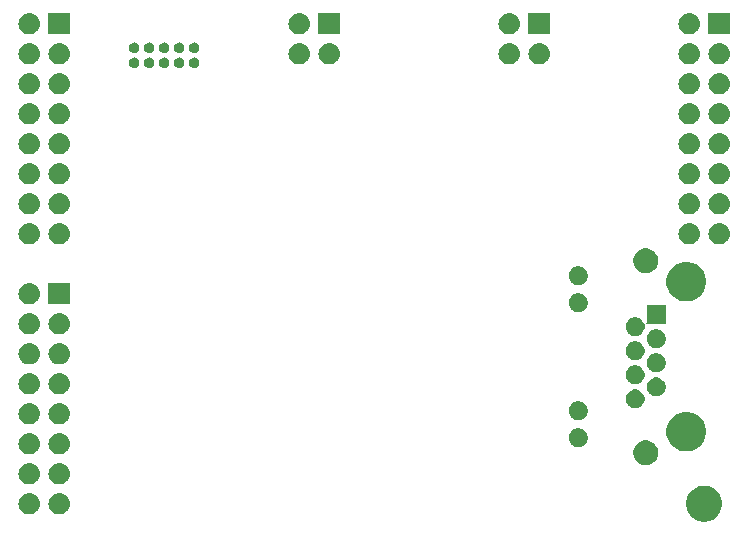
<source format=gbr>
G04 #@! TF.GenerationSoftware,KiCad,Pcbnew,(5.0.2)-1*
G04 #@! TF.CreationDate,2019-12-13T18:48:53-06:00*
G04 #@! TF.ProjectId,TM4C129-Breakout_Hardware,544d3443-3132-4392-9d42-7265616b6f75,rev?*
G04 #@! TF.SameCoordinates,Original*
G04 #@! TF.FileFunction,Soldermask,Bot*
G04 #@! TF.FilePolarity,Negative*
%FSLAX46Y46*%
G04 Gerber Fmt 4.6, Leading zero omitted, Abs format (unit mm)*
G04 Created by KiCad (PCBNEW (5.0.2)-1) date 12/13/2019 6:48:53 PM*
%MOMM*%
%LPD*%
G01*
G04 APERTURE LIST*
%ADD10C,0.100000*%
G04 APERTURE END LIST*
D10*
G36*
X164127357Y-69625087D02*
X164274593Y-69654374D01*
X164551979Y-69769271D01*
X164799938Y-69934953D01*
X164801624Y-69936079D01*
X165013921Y-70148376D01*
X165013923Y-70148379D01*
X165180729Y-70398021D01*
X165295626Y-70675407D01*
X165354200Y-70969879D01*
X165354200Y-71270121D01*
X165295626Y-71564593D01*
X165180729Y-71841979D01*
X165015047Y-72089938D01*
X165013921Y-72091624D01*
X164801624Y-72303921D01*
X164801621Y-72303923D01*
X164551979Y-72470729D01*
X164274593Y-72585626D01*
X164127357Y-72614913D01*
X163980122Y-72644200D01*
X163679878Y-72644200D01*
X163532643Y-72614913D01*
X163385407Y-72585626D01*
X163108021Y-72470729D01*
X162858379Y-72303923D01*
X162858376Y-72303921D01*
X162646079Y-72091624D01*
X162644953Y-72089938D01*
X162479271Y-71841979D01*
X162364374Y-71564593D01*
X162305800Y-71270121D01*
X162305800Y-70969879D01*
X162364374Y-70675407D01*
X162479271Y-70398021D01*
X162646077Y-70148379D01*
X162646079Y-70148376D01*
X162858376Y-69936079D01*
X162860062Y-69934953D01*
X163108021Y-69769271D01*
X163385407Y-69654374D01*
X163532643Y-69625087D01*
X163679878Y-69595800D01*
X163980122Y-69595800D01*
X164127357Y-69625087D01*
X164127357Y-69625087D01*
G37*
G36*
X109330442Y-70225518D02*
X109396627Y-70232037D01*
X109509853Y-70266384D01*
X109566467Y-70283557D01*
X109705087Y-70357652D01*
X109722991Y-70367222D01*
X109758729Y-70396552D01*
X109860186Y-70479814D01*
X109943448Y-70581271D01*
X109972778Y-70617009D01*
X109972779Y-70617011D01*
X110056443Y-70773533D01*
X110056443Y-70773534D01*
X110107963Y-70943373D01*
X110125359Y-71120000D01*
X110107963Y-71296627D01*
X110073616Y-71409853D01*
X110056443Y-71466467D01*
X110003993Y-71564592D01*
X109972778Y-71622991D01*
X109943448Y-71658729D01*
X109860186Y-71760186D01*
X109760521Y-71841978D01*
X109722991Y-71872778D01*
X109722989Y-71872779D01*
X109566467Y-71956443D01*
X109509853Y-71973616D01*
X109396627Y-72007963D01*
X109330443Y-72014481D01*
X109264260Y-72021000D01*
X109175740Y-72021000D01*
X109109557Y-72014481D01*
X109043373Y-72007963D01*
X108930147Y-71973616D01*
X108873533Y-71956443D01*
X108717011Y-71872779D01*
X108717009Y-71872778D01*
X108679479Y-71841978D01*
X108579814Y-71760186D01*
X108496552Y-71658729D01*
X108467222Y-71622991D01*
X108436007Y-71564592D01*
X108383557Y-71466467D01*
X108366384Y-71409853D01*
X108332037Y-71296627D01*
X108314641Y-71120000D01*
X108332037Y-70943373D01*
X108383557Y-70773534D01*
X108383557Y-70773533D01*
X108467221Y-70617011D01*
X108467222Y-70617009D01*
X108496552Y-70581271D01*
X108579814Y-70479814D01*
X108681271Y-70396552D01*
X108717009Y-70367222D01*
X108734913Y-70357652D01*
X108873533Y-70283557D01*
X108930147Y-70266384D01*
X109043373Y-70232037D01*
X109109558Y-70225518D01*
X109175740Y-70219000D01*
X109264260Y-70219000D01*
X109330442Y-70225518D01*
X109330442Y-70225518D01*
G37*
G36*
X106790442Y-70225518D02*
X106856627Y-70232037D01*
X106969853Y-70266384D01*
X107026467Y-70283557D01*
X107165087Y-70357652D01*
X107182991Y-70367222D01*
X107218729Y-70396552D01*
X107320186Y-70479814D01*
X107403448Y-70581271D01*
X107432778Y-70617009D01*
X107432779Y-70617011D01*
X107516443Y-70773533D01*
X107516443Y-70773534D01*
X107567963Y-70943373D01*
X107585359Y-71120000D01*
X107567963Y-71296627D01*
X107533616Y-71409853D01*
X107516443Y-71466467D01*
X107463993Y-71564592D01*
X107432778Y-71622991D01*
X107403448Y-71658729D01*
X107320186Y-71760186D01*
X107220521Y-71841978D01*
X107182991Y-71872778D01*
X107182989Y-71872779D01*
X107026467Y-71956443D01*
X106969853Y-71973616D01*
X106856627Y-72007963D01*
X106790443Y-72014481D01*
X106724260Y-72021000D01*
X106635740Y-72021000D01*
X106569557Y-72014481D01*
X106503373Y-72007963D01*
X106390147Y-71973616D01*
X106333533Y-71956443D01*
X106177011Y-71872779D01*
X106177009Y-71872778D01*
X106139479Y-71841978D01*
X106039814Y-71760186D01*
X105956552Y-71658729D01*
X105927222Y-71622991D01*
X105896007Y-71564592D01*
X105843557Y-71466467D01*
X105826384Y-71409853D01*
X105792037Y-71296627D01*
X105774641Y-71120000D01*
X105792037Y-70943373D01*
X105843557Y-70773534D01*
X105843557Y-70773533D01*
X105927221Y-70617011D01*
X105927222Y-70617009D01*
X105956552Y-70581271D01*
X106039814Y-70479814D01*
X106141271Y-70396552D01*
X106177009Y-70367222D01*
X106194913Y-70357652D01*
X106333533Y-70283557D01*
X106390147Y-70266384D01*
X106503373Y-70232037D01*
X106569558Y-70225518D01*
X106635740Y-70219000D01*
X106724260Y-70219000D01*
X106790442Y-70225518D01*
X106790442Y-70225518D01*
G37*
G36*
X109330443Y-67685519D02*
X109396627Y-67692037D01*
X109509853Y-67726384D01*
X109566467Y-67743557D01*
X109699396Y-67814610D01*
X109722991Y-67827222D01*
X109756838Y-67855000D01*
X109860186Y-67939814D01*
X109943448Y-68041271D01*
X109972778Y-68077009D01*
X109972779Y-68077011D01*
X110056443Y-68233533D01*
X110056443Y-68233534D01*
X110107963Y-68403373D01*
X110125359Y-68580000D01*
X110107963Y-68756627D01*
X110073616Y-68869853D01*
X110056443Y-68926467D01*
X109982348Y-69065087D01*
X109972778Y-69082991D01*
X109943448Y-69118729D01*
X109860186Y-69220186D01*
X109758729Y-69303448D01*
X109722991Y-69332778D01*
X109722989Y-69332779D01*
X109566467Y-69416443D01*
X109509853Y-69433616D01*
X109396627Y-69467963D01*
X109330442Y-69474482D01*
X109264260Y-69481000D01*
X109175740Y-69481000D01*
X109109558Y-69474482D01*
X109043373Y-69467963D01*
X108930147Y-69433616D01*
X108873533Y-69416443D01*
X108717011Y-69332779D01*
X108717009Y-69332778D01*
X108681271Y-69303448D01*
X108579814Y-69220186D01*
X108496552Y-69118729D01*
X108467222Y-69082991D01*
X108457652Y-69065087D01*
X108383557Y-68926467D01*
X108366384Y-68869853D01*
X108332037Y-68756627D01*
X108314641Y-68580000D01*
X108332037Y-68403373D01*
X108383557Y-68233534D01*
X108383557Y-68233533D01*
X108467221Y-68077011D01*
X108467222Y-68077009D01*
X108496552Y-68041271D01*
X108579814Y-67939814D01*
X108683162Y-67855000D01*
X108717009Y-67827222D01*
X108740604Y-67814610D01*
X108873533Y-67743557D01*
X108930147Y-67726384D01*
X109043373Y-67692037D01*
X109109557Y-67685519D01*
X109175740Y-67679000D01*
X109264260Y-67679000D01*
X109330443Y-67685519D01*
X109330443Y-67685519D01*
G37*
G36*
X106790443Y-67685519D02*
X106856627Y-67692037D01*
X106969853Y-67726384D01*
X107026467Y-67743557D01*
X107159396Y-67814610D01*
X107182991Y-67827222D01*
X107216838Y-67855000D01*
X107320186Y-67939814D01*
X107403448Y-68041271D01*
X107432778Y-68077009D01*
X107432779Y-68077011D01*
X107516443Y-68233533D01*
X107516443Y-68233534D01*
X107567963Y-68403373D01*
X107585359Y-68580000D01*
X107567963Y-68756627D01*
X107533616Y-68869853D01*
X107516443Y-68926467D01*
X107442348Y-69065087D01*
X107432778Y-69082991D01*
X107403448Y-69118729D01*
X107320186Y-69220186D01*
X107218729Y-69303448D01*
X107182991Y-69332778D01*
X107182989Y-69332779D01*
X107026467Y-69416443D01*
X106969853Y-69433616D01*
X106856627Y-69467963D01*
X106790442Y-69474482D01*
X106724260Y-69481000D01*
X106635740Y-69481000D01*
X106569558Y-69474482D01*
X106503373Y-69467963D01*
X106390147Y-69433616D01*
X106333533Y-69416443D01*
X106177011Y-69332779D01*
X106177009Y-69332778D01*
X106141271Y-69303448D01*
X106039814Y-69220186D01*
X105956552Y-69118729D01*
X105927222Y-69082991D01*
X105917652Y-69065087D01*
X105843557Y-68926467D01*
X105826384Y-68869853D01*
X105792037Y-68756627D01*
X105774641Y-68580000D01*
X105792037Y-68403373D01*
X105843557Y-68233534D01*
X105843557Y-68233533D01*
X105927221Y-68077011D01*
X105927222Y-68077009D01*
X105956552Y-68041271D01*
X106039814Y-67939814D01*
X106143162Y-67855000D01*
X106177009Y-67827222D01*
X106200604Y-67814610D01*
X106333533Y-67743557D01*
X106390147Y-67726384D01*
X106503373Y-67692037D01*
X106569557Y-67685519D01*
X106635740Y-67679000D01*
X106724260Y-67679000D01*
X106790443Y-67685519D01*
X106790443Y-67685519D01*
G37*
G36*
X159184565Y-65793389D02*
X159375834Y-65872615D01*
X159547976Y-65987637D01*
X159694363Y-66134024D01*
X159809385Y-66306166D01*
X159888611Y-66497435D01*
X159929000Y-66700484D01*
X159929000Y-66907516D01*
X159888611Y-67110565D01*
X159809385Y-67301834D01*
X159694363Y-67473976D01*
X159547976Y-67620363D01*
X159375834Y-67735385D01*
X159184565Y-67814611D01*
X158981516Y-67855000D01*
X158774484Y-67855000D01*
X158571435Y-67814611D01*
X158380166Y-67735385D01*
X158208024Y-67620363D01*
X158061637Y-67473976D01*
X157946615Y-67301834D01*
X157867389Y-67110565D01*
X157827000Y-66907516D01*
X157827000Y-66700484D01*
X157867389Y-66497435D01*
X157946615Y-66306166D01*
X158061637Y-66134024D01*
X158208024Y-65987637D01*
X158380166Y-65872615D01*
X158571435Y-65793389D01*
X158774484Y-65753000D01*
X158981516Y-65753000D01*
X159184565Y-65793389D01*
X159184565Y-65793389D01*
G37*
G36*
X109330442Y-65145518D02*
X109396627Y-65152037D01*
X109509853Y-65186384D01*
X109566467Y-65203557D01*
X109705087Y-65277652D01*
X109722991Y-65287222D01*
X109758729Y-65316552D01*
X109860186Y-65399814D01*
X109943448Y-65501271D01*
X109972778Y-65537009D01*
X109972779Y-65537011D01*
X110056443Y-65693533D01*
X110056443Y-65693534D01*
X110107963Y-65863373D01*
X110125359Y-66040000D01*
X110107963Y-66216627D01*
X110081392Y-66304219D01*
X110056443Y-66386467D01*
X109997128Y-66497435D01*
X109972778Y-66542991D01*
X109943448Y-66578729D01*
X109860186Y-66680186D01*
X109758729Y-66763448D01*
X109722991Y-66792778D01*
X109722989Y-66792779D01*
X109566467Y-66876443D01*
X109509853Y-66893616D01*
X109396627Y-66927963D01*
X109330442Y-66934482D01*
X109264260Y-66941000D01*
X109175740Y-66941000D01*
X109109558Y-66934482D01*
X109043373Y-66927963D01*
X108930147Y-66893616D01*
X108873533Y-66876443D01*
X108717011Y-66792779D01*
X108717009Y-66792778D01*
X108681271Y-66763448D01*
X108579814Y-66680186D01*
X108496552Y-66578729D01*
X108467222Y-66542991D01*
X108442872Y-66497435D01*
X108383557Y-66386467D01*
X108358608Y-66304219D01*
X108332037Y-66216627D01*
X108314641Y-66040000D01*
X108332037Y-65863373D01*
X108383557Y-65693534D01*
X108383557Y-65693533D01*
X108467221Y-65537011D01*
X108467222Y-65537009D01*
X108496552Y-65501271D01*
X108579814Y-65399814D01*
X108681271Y-65316552D01*
X108717009Y-65287222D01*
X108734913Y-65277652D01*
X108873533Y-65203557D01*
X108930147Y-65186384D01*
X109043373Y-65152037D01*
X109109558Y-65145518D01*
X109175740Y-65139000D01*
X109264260Y-65139000D01*
X109330442Y-65145518D01*
X109330442Y-65145518D01*
G37*
G36*
X106790442Y-65145518D02*
X106856627Y-65152037D01*
X106969853Y-65186384D01*
X107026467Y-65203557D01*
X107165087Y-65277652D01*
X107182991Y-65287222D01*
X107218729Y-65316552D01*
X107320186Y-65399814D01*
X107403448Y-65501271D01*
X107432778Y-65537009D01*
X107432779Y-65537011D01*
X107516443Y-65693533D01*
X107516443Y-65693534D01*
X107567963Y-65863373D01*
X107585359Y-66040000D01*
X107567963Y-66216627D01*
X107541392Y-66304219D01*
X107516443Y-66386467D01*
X107457128Y-66497435D01*
X107432778Y-66542991D01*
X107403448Y-66578729D01*
X107320186Y-66680186D01*
X107218729Y-66763448D01*
X107182991Y-66792778D01*
X107182989Y-66792779D01*
X107026467Y-66876443D01*
X106969853Y-66893616D01*
X106856627Y-66927963D01*
X106790442Y-66934482D01*
X106724260Y-66941000D01*
X106635740Y-66941000D01*
X106569558Y-66934482D01*
X106503373Y-66927963D01*
X106390147Y-66893616D01*
X106333533Y-66876443D01*
X106177011Y-66792779D01*
X106177009Y-66792778D01*
X106141271Y-66763448D01*
X106039814Y-66680186D01*
X105956552Y-66578729D01*
X105927222Y-66542991D01*
X105902872Y-66497435D01*
X105843557Y-66386467D01*
X105818608Y-66304219D01*
X105792037Y-66216627D01*
X105774641Y-66040000D01*
X105792037Y-65863373D01*
X105843557Y-65693534D01*
X105843557Y-65693533D01*
X105927221Y-65537011D01*
X105927222Y-65537009D01*
X105956552Y-65501271D01*
X106039814Y-65399814D01*
X106141271Y-65316552D01*
X106177009Y-65287222D01*
X106194913Y-65277652D01*
X106333533Y-65203557D01*
X106390147Y-65186384D01*
X106503373Y-65152037D01*
X106569558Y-65145518D01*
X106635740Y-65139000D01*
X106724260Y-65139000D01*
X106790442Y-65145518D01*
X106790442Y-65145518D01*
G37*
G36*
X162796871Y-63412408D02*
X163101883Y-63538748D01*
X163228597Y-63623416D01*
X163376390Y-63722168D01*
X163609832Y-63955610D01*
X163609834Y-63955613D01*
X163793252Y-64230117D01*
X163919592Y-64535129D01*
X163984000Y-64858928D01*
X163984000Y-65189072D01*
X163919592Y-65512871D01*
X163793252Y-65817883D01*
X163679827Y-65987635D01*
X163609832Y-66092390D01*
X163376390Y-66325832D01*
X163376387Y-66325834D01*
X163101883Y-66509252D01*
X162796871Y-66635592D01*
X162473072Y-66700000D01*
X162142928Y-66700000D01*
X161819129Y-66635592D01*
X161514117Y-66509252D01*
X161239613Y-66325834D01*
X161239610Y-66325832D01*
X161006168Y-66092390D01*
X160936173Y-65987635D01*
X160822748Y-65817883D01*
X160696408Y-65512871D01*
X160632000Y-65189072D01*
X160632000Y-64858928D01*
X160696408Y-64535129D01*
X160822748Y-64230117D01*
X161006166Y-63955613D01*
X161006168Y-63955610D01*
X161239610Y-63722168D01*
X161387403Y-63623416D01*
X161514117Y-63538748D01*
X161819129Y-63412408D01*
X162142928Y-63348000D01*
X162473072Y-63348000D01*
X162796871Y-63412408D01*
X162796871Y-63412408D01*
G37*
G36*
X153401643Y-64763781D02*
X153547415Y-64824162D01*
X153678611Y-64911824D01*
X153790176Y-65023389D01*
X153877838Y-65154585D01*
X153938219Y-65300357D01*
X153969000Y-65455107D01*
X153969000Y-65612893D01*
X153938219Y-65767643D01*
X153877838Y-65913415D01*
X153790176Y-66044611D01*
X153678611Y-66156176D01*
X153547415Y-66243838D01*
X153401643Y-66304219D01*
X153246893Y-66335000D01*
X153089107Y-66335000D01*
X152934357Y-66304219D01*
X152788585Y-66243838D01*
X152657389Y-66156176D01*
X152545824Y-66044611D01*
X152458162Y-65913415D01*
X152397781Y-65767643D01*
X152367000Y-65612893D01*
X152367000Y-65455107D01*
X152397781Y-65300357D01*
X152458162Y-65154585D01*
X152545824Y-65023389D01*
X152657389Y-64911824D01*
X152788585Y-64824162D01*
X152934357Y-64763781D01*
X153089107Y-64733000D01*
X153246893Y-64733000D01*
X153401643Y-64763781D01*
X153401643Y-64763781D01*
G37*
G36*
X109330442Y-62605518D02*
X109396627Y-62612037D01*
X109509853Y-62646384D01*
X109566467Y-62663557D01*
X109697117Y-62733392D01*
X109722991Y-62747222D01*
X109744179Y-62764611D01*
X109860186Y-62859814D01*
X109943448Y-62961271D01*
X109972778Y-62997009D01*
X109972779Y-62997011D01*
X110056443Y-63153533D01*
X110056443Y-63153534D01*
X110107963Y-63323373D01*
X110125359Y-63500000D01*
X110107963Y-63676627D01*
X110094149Y-63722166D01*
X110056443Y-63846467D01*
X110045908Y-63866176D01*
X109972778Y-64002991D01*
X109963564Y-64014218D01*
X109860186Y-64140186D01*
X109758729Y-64223448D01*
X109722991Y-64252778D01*
X109722989Y-64252779D01*
X109566467Y-64336443D01*
X109509853Y-64353616D01*
X109396627Y-64387963D01*
X109330442Y-64394482D01*
X109264260Y-64401000D01*
X109175740Y-64401000D01*
X109109558Y-64394482D01*
X109043373Y-64387963D01*
X108930147Y-64353616D01*
X108873533Y-64336443D01*
X108717011Y-64252779D01*
X108717009Y-64252778D01*
X108681271Y-64223448D01*
X108579814Y-64140186D01*
X108476436Y-64014218D01*
X108467222Y-64002991D01*
X108394092Y-63866176D01*
X108383557Y-63846467D01*
X108345851Y-63722166D01*
X108332037Y-63676627D01*
X108314641Y-63500000D01*
X108332037Y-63323373D01*
X108383557Y-63153534D01*
X108383557Y-63153533D01*
X108467221Y-62997011D01*
X108467222Y-62997009D01*
X108496552Y-62961271D01*
X108579814Y-62859814D01*
X108695821Y-62764611D01*
X108717009Y-62747222D01*
X108742883Y-62733392D01*
X108873533Y-62663557D01*
X108930147Y-62646384D01*
X109043373Y-62612037D01*
X109109558Y-62605518D01*
X109175740Y-62599000D01*
X109264260Y-62599000D01*
X109330442Y-62605518D01*
X109330442Y-62605518D01*
G37*
G36*
X106790442Y-62605518D02*
X106856627Y-62612037D01*
X106969853Y-62646384D01*
X107026467Y-62663557D01*
X107157117Y-62733392D01*
X107182991Y-62747222D01*
X107204179Y-62764611D01*
X107320186Y-62859814D01*
X107403448Y-62961271D01*
X107432778Y-62997009D01*
X107432779Y-62997011D01*
X107516443Y-63153533D01*
X107516443Y-63153534D01*
X107567963Y-63323373D01*
X107585359Y-63500000D01*
X107567963Y-63676627D01*
X107554149Y-63722166D01*
X107516443Y-63846467D01*
X107505908Y-63866176D01*
X107432778Y-64002991D01*
X107423564Y-64014218D01*
X107320186Y-64140186D01*
X107218729Y-64223448D01*
X107182991Y-64252778D01*
X107182989Y-64252779D01*
X107026467Y-64336443D01*
X106969853Y-64353616D01*
X106856627Y-64387963D01*
X106790442Y-64394482D01*
X106724260Y-64401000D01*
X106635740Y-64401000D01*
X106569558Y-64394482D01*
X106503373Y-64387963D01*
X106390147Y-64353616D01*
X106333533Y-64336443D01*
X106177011Y-64252779D01*
X106177009Y-64252778D01*
X106141271Y-64223448D01*
X106039814Y-64140186D01*
X105936436Y-64014218D01*
X105927222Y-64002991D01*
X105854092Y-63866176D01*
X105843557Y-63846467D01*
X105805851Y-63722166D01*
X105792037Y-63676627D01*
X105774641Y-63500000D01*
X105792037Y-63323373D01*
X105843557Y-63153534D01*
X105843557Y-63153533D01*
X105927221Y-62997011D01*
X105927222Y-62997009D01*
X105956552Y-62961271D01*
X106039814Y-62859814D01*
X106155821Y-62764611D01*
X106177009Y-62747222D01*
X106202883Y-62733392D01*
X106333533Y-62663557D01*
X106390147Y-62646384D01*
X106503373Y-62612037D01*
X106569558Y-62605518D01*
X106635740Y-62599000D01*
X106724260Y-62599000D01*
X106790442Y-62605518D01*
X106790442Y-62605518D01*
G37*
G36*
X153401643Y-62473781D02*
X153547415Y-62534162D01*
X153678611Y-62621824D01*
X153790176Y-62733389D01*
X153877838Y-62864585D01*
X153938219Y-63010357D01*
X153969000Y-63165107D01*
X153969000Y-63322893D01*
X153938219Y-63477643D01*
X153877838Y-63623415D01*
X153790176Y-63754611D01*
X153678611Y-63866176D01*
X153547415Y-63953838D01*
X153401643Y-64014219D01*
X153246893Y-64045000D01*
X153089107Y-64045000D01*
X152934357Y-64014219D01*
X152788585Y-63953838D01*
X152657389Y-63866176D01*
X152545824Y-63754611D01*
X152458162Y-63623415D01*
X152397781Y-63477643D01*
X152367000Y-63322893D01*
X152367000Y-63165107D01*
X152397781Y-63010357D01*
X152458162Y-62864585D01*
X152545824Y-62733389D01*
X152657389Y-62621824D01*
X152788585Y-62534162D01*
X152934357Y-62473781D01*
X153089107Y-62443000D01*
X153246893Y-62443000D01*
X153401643Y-62473781D01*
X153401643Y-62473781D01*
G37*
G36*
X158221643Y-61483781D02*
X158367415Y-61544162D01*
X158498611Y-61631824D01*
X158610176Y-61743389D01*
X158697838Y-61874585D01*
X158758219Y-62020357D01*
X158789000Y-62175107D01*
X158789000Y-62332893D01*
X158758219Y-62487643D01*
X158697838Y-62633415D01*
X158610176Y-62764611D01*
X158498611Y-62876176D01*
X158367415Y-62963838D01*
X158221643Y-63024219D01*
X158066893Y-63055000D01*
X157909107Y-63055000D01*
X157754357Y-63024219D01*
X157608585Y-62963838D01*
X157477389Y-62876176D01*
X157365824Y-62764611D01*
X157278162Y-62633415D01*
X157217781Y-62487643D01*
X157187000Y-62332893D01*
X157187000Y-62175107D01*
X157217781Y-62020357D01*
X157278162Y-61874585D01*
X157365824Y-61743389D01*
X157477389Y-61631824D01*
X157608585Y-61544162D01*
X157754357Y-61483781D01*
X157909107Y-61453000D01*
X158066893Y-61453000D01*
X158221643Y-61483781D01*
X158221643Y-61483781D01*
G37*
G36*
X160001643Y-60463781D02*
X160147415Y-60524162D01*
X160278611Y-60611824D01*
X160390176Y-60723389D01*
X160477838Y-60854585D01*
X160538219Y-61000357D01*
X160569000Y-61155107D01*
X160569000Y-61312893D01*
X160538219Y-61467643D01*
X160477838Y-61613415D01*
X160390176Y-61744611D01*
X160278611Y-61856176D01*
X160147415Y-61943838D01*
X160001643Y-62004219D01*
X159846893Y-62035000D01*
X159689107Y-62035000D01*
X159534357Y-62004219D01*
X159388585Y-61943838D01*
X159257389Y-61856176D01*
X159145824Y-61744611D01*
X159058162Y-61613415D01*
X158997781Y-61467643D01*
X158967000Y-61312893D01*
X158967000Y-61155107D01*
X158997781Y-61000357D01*
X159058162Y-60854585D01*
X159145824Y-60723389D01*
X159257389Y-60611824D01*
X159388585Y-60524162D01*
X159534357Y-60463781D01*
X159689107Y-60433000D01*
X159846893Y-60433000D01*
X160001643Y-60463781D01*
X160001643Y-60463781D01*
G37*
G36*
X106790442Y-60065518D02*
X106856627Y-60072037D01*
X106969853Y-60106384D01*
X107026467Y-60123557D01*
X107165087Y-60197652D01*
X107182991Y-60207222D01*
X107218729Y-60236552D01*
X107320186Y-60319814D01*
X107403448Y-60421271D01*
X107432778Y-60457009D01*
X107432779Y-60457011D01*
X107516443Y-60613533D01*
X107516443Y-60613534D01*
X107567963Y-60783373D01*
X107585359Y-60960000D01*
X107567963Y-61136627D01*
X107533616Y-61249853D01*
X107516443Y-61306467D01*
X107513008Y-61312893D01*
X107432778Y-61462991D01*
X107428960Y-61467643D01*
X107320186Y-61600186D01*
X107218729Y-61683448D01*
X107182991Y-61712778D01*
X107182989Y-61712779D01*
X107026467Y-61796443D01*
X106969853Y-61813616D01*
X106856627Y-61847963D01*
X106790443Y-61854481D01*
X106724260Y-61861000D01*
X106635740Y-61861000D01*
X106569557Y-61854481D01*
X106503373Y-61847963D01*
X106390147Y-61813616D01*
X106333533Y-61796443D01*
X106177011Y-61712779D01*
X106177009Y-61712778D01*
X106141271Y-61683448D01*
X106039814Y-61600186D01*
X105931040Y-61467643D01*
X105927222Y-61462991D01*
X105846992Y-61312893D01*
X105843557Y-61306467D01*
X105826384Y-61249853D01*
X105792037Y-61136627D01*
X105774641Y-60960000D01*
X105792037Y-60783373D01*
X105843557Y-60613534D01*
X105843557Y-60613533D01*
X105927221Y-60457011D01*
X105927222Y-60457009D01*
X105956552Y-60421271D01*
X106039814Y-60319814D01*
X106141271Y-60236552D01*
X106177009Y-60207222D01*
X106194913Y-60197652D01*
X106333533Y-60123557D01*
X106390147Y-60106384D01*
X106503373Y-60072037D01*
X106569558Y-60065518D01*
X106635740Y-60059000D01*
X106724260Y-60059000D01*
X106790442Y-60065518D01*
X106790442Y-60065518D01*
G37*
G36*
X109330442Y-60065518D02*
X109396627Y-60072037D01*
X109509853Y-60106384D01*
X109566467Y-60123557D01*
X109705087Y-60197652D01*
X109722991Y-60207222D01*
X109758729Y-60236552D01*
X109860186Y-60319814D01*
X109943448Y-60421271D01*
X109972778Y-60457009D01*
X109972779Y-60457011D01*
X110056443Y-60613533D01*
X110056443Y-60613534D01*
X110107963Y-60783373D01*
X110125359Y-60960000D01*
X110107963Y-61136627D01*
X110073616Y-61249853D01*
X110056443Y-61306467D01*
X110053008Y-61312893D01*
X109972778Y-61462991D01*
X109968960Y-61467643D01*
X109860186Y-61600186D01*
X109758729Y-61683448D01*
X109722991Y-61712778D01*
X109722989Y-61712779D01*
X109566467Y-61796443D01*
X109509853Y-61813616D01*
X109396627Y-61847963D01*
X109330443Y-61854481D01*
X109264260Y-61861000D01*
X109175740Y-61861000D01*
X109109557Y-61854481D01*
X109043373Y-61847963D01*
X108930147Y-61813616D01*
X108873533Y-61796443D01*
X108717011Y-61712779D01*
X108717009Y-61712778D01*
X108681271Y-61683448D01*
X108579814Y-61600186D01*
X108471040Y-61467643D01*
X108467222Y-61462991D01*
X108386992Y-61312893D01*
X108383557Y-61306467D01*
X108366384Y-61249853D01*
X108332037Y-61136627D01*
X108314641Y-60960000D01*
X108332037Y-60783373D01*
X108383557Y-60613534D01*
X108383557Y-60613533D01*
X108467221Y-60457011D01*
X108467222Y-60457009D01*
X108496552Y-60421271D01*
X108579814Y-60319814D01*
X108681271Y-60236552D01*
X108717009Y-60207222D01*
X108734913Y-60197652D01*
X108873533Y-60123557D01*
X108930147Y-60106384D01*
X109043373Y-60072037D01*
X109109558Y-60065518D01*
X109175740Y-60059000D01*
X109264260Y-60059000D01*
X109330442Y-60065518D01*
X109330442Y-60065518D01*
G37*
G36*
X158221643Y-59443781D02*
X158367415Y-59504162D01*
X158498611Y-59591824D01*
X158610176Y-59703389D01*
X158697838Y-59834585D01*
X158758219Y-59980357D01*
X158789000Y-60135107D01*
X158789000Y-60292893D01*
X158758219Y-60447643D01*
X158697838Y-60593415D01*
X158610176Y-60724611D01*
X158498611Y-60836176D01*
X158367415Y-60923838D01*
X158221643Y-60984219D01*
X158066893Y-61015000D01*
X157909107Y-61015000D01*
X157754357Y-60984219D01*
X157608585Y-60923838D01*
X157477389Y-60836176D01*
X157365824Y-60724611D01*
X157278162Y-60593415D01*
X157217781Y-60447643D01*
X157187000Y-60292893D01*
X157187000Y-60135107D01*
X157217781Y-59980357D01*
X157278162Y-59834585D01*
X157365824Y-59703389D01*
X157477389Y-59591824D01*
X157608585Y-59504162D01*
X157754357Y-59443781D01*
X157909107Y-59413000D01*
X158066893Y-59413000D01*
X158221643Y-59443781D01*
X158221643Y-59443781D01*
G37*
G36*
X160001643Y-58423781D02*
X160147415Y-58484162D01*
X160278611Y-58571824D01*
X160390176Y-58683389D01*
X160477838Y-58814585D01*
X160538219Y-58960357D01*
X160569000Y-59115107D01*
X160569000Y-59272893D01*
X160538219Y-59427643D01*
X160477838Y-59573415D01*
X160390176Y-59704611D01*
X160278611Y-59816176D01*
X160147415Y-59903838D01*
X160001643Y-59964219D01*
X159846893Y-59995000D01*
X159689107Y-59995000D01*
X159534357Y-59964219D01*
X159388585Y-59903838D01*
X159257389Y-59816176D01*
X159145824Y-59704611D01*
X159058162Y-59573415D01*
X158997781Y-59427643D01*
X158967000Y-59272893D01*
X158967000Y-59115107D01*
X158997781Y-58960357D01*
X159058162Y-58814585D01*
X159145824Y-58683389D01*
X159257389Y-58571824D01*
X159388585Y-58484162D01*
X159534357Y-58423781D01*
X159689107Y-58393000D01*
X159846893Y-58393000D01*
X160001643Y-58423781D01*
X160001643Y-58423781D01*
G37*
G36*
X109330443Y-57525519D02*
X109396627Y-57532037D01*
X109509853Y-57566384D01*
X109566467Y-57583557D01*
X109705087Y-57657652D01*
X109722991Y-57667222D01*
X109758729Y-57696552D01*
X109860186Y-57779814D01*
X109943448Y-57881271D01*
X109972778Y-57917009D01*
X109972779Y-57917011D01*
X110056443Y-58073533D01*
X110073616Y-58130147D01*
X110107963Y-58243373D01*
X110125359Y-58420000D01*
X110107963Y-58596627D01*
X110081644Y-58683389D01*
X110056443Y-58766467D01*
X110030723Y-58814585D01*
X109972778Y-58922991D01*
X109943448Y-58958729D01*
X109860186Y-59060186D01*
X109793262Y-59115108D01*
X109722991Y-59172778D01*
X109722989Y-59172779D01*
X109566467Y-59256443D01*
X109512241Y-59272892D01*
X109396627Y-59307963D01*
X109330442Y-59314482D01*
X109264260Y-59321000D01*
X109175740Y-59321000D01*
X109109558Y-59314482D01*
X109043373Y-59307963D01*
X108927759Y-59272892D01*
X108873533Y-59256443D01*
X108717011Y-59172779D01*
X108717009Y-59172778D01*
X108646738Y-59115108D01*
X108579814Y-59060186D01*
X108496552Y-58958729D01*
X108467222Y-58922991D01*
X108409277Y-58814585D01*
X108383557Y-58766467D01*
X108358356Y-58683389D01*
X108332037Y-58596627D01*
X108314641Y-58420000D01*
X108332037Y-58243373D01*
X108366384Y-58130147D01*
X108383557Y-58073533D01*
X108467221Y-57917011D01*
X108467222Y-57917009D01*
X108496552Y-57881271D01*
X108579814Y-57779814D01*
X108681271Y-57696552D01*
X108717009Y-57667222D01*
X108734913Y-57657652D01*
X108873533Y-57583557D01*
X108930147Y-57566384D01*
X109043373Y-57532037D01*
X109109557Y-57525519D01*
X109175740Y-57519000D01*
X109264260Y-57519000D01*
X109330443Y-57525519D01*
X109330443Y-57525519D01*
G37*
G36*
X106790443Y-57525519D02*
X106856627Y-57532037D01*
X106969853Y-57566384D01*
X107026467Y-57583557D01*
X107165087Y-57657652D01*
X107182991Y-57667222D01*
X107218729Y-57696552D01*
X107320186Y-57779814D01*
X107403448Y-57881271D01*
X107432778Y-57917009D01*
X107432779Y-57917011D01*
X107516443Y-58073533D01*
X107533616Y-58130147D01*
X107567963Y-58243373D01*
X107585359Y-58420000D01*
X107567963Y-58596627D01*
X107541644Y-58683389D01*
X107516443Y-58766467D01*
X107490723Y-58814585D01*
X107432778Y-58922991D01*
X107403448Y-58958729D01*
X107320186Y-59060186D01*
X107253262Y-59115108D01*
X107182991Y-59172778D01*
X107182989Y-59172779D01*
X107026467Y-59256443D01*
X106972241Y-59272892D01*
X106856627Y-59307963D01*
X106790442Y-59314482D01*
X106724260Y-59321000D01*
X106635740Y-59321000D01*
X106569558Y-59314482D01*
X106503373Y-59307963D01*
X106387759Y-59272892D01*
X106333533Y-59256443D01*
X106177011Y-59172779D01*
X106177009Y-59172778D01*
X106106738Y-59115108D01*
X106039814Y-59060186D01*
X105956552Y-58958729D01*
X105927222Y-58922991D01*
X105869277Y-58814585D01*
X105843557Y-58766467D01*
X105818356Y-58683389D01*
X105792037Y-58596627D01*
X105774641Y-58420000D01*
X105792037Y-58243373D01*
X105826384Y-58130147D01*
X105843557Y-58073533D01*
X105927221Y-57917011D01*
X105927222Y-57917009D01*
X105956552Y-57881271D01*
X106039814Y-57779814D01*
X106141271Y-57696552D01*
X106177009Y-57667222D01*
X106194913Y-57657652D01*
X106333533Y-57583557D01*
X106390147Y-57566384D01*
X106503373Y-57532037D01*
X106569557Y-57525519D01*
X106635740Y-57519000D01*
X106724260Y-57519000D01*
X106790443Y-57525519D01*
X106790443Y-57525519D01*
G37*
G36*
X158221643Y-57403781D02*
X158367415Y-57464162D01*
X158498611Y-57551824D01*
X158610176Y-57663389D01*
X158697838Y-57794585D01*
X158758219Y-57940357D01*
X158789000Y-58095107D01*
X158789000Y-58252893D01*
X158758219Y-58407643D01*
X158697838Y-58553415D01*
X158610176Y-58684611D01*
X158498611Y-58796176D01*
X158367415Y-58883838D01*
X158221643Y-58944219D01*
X158066893Y-58975000D01*
X157909107Y-58975000D01*
X157754357Y-58944219D01*
X157608585Y-58883838D01*
X157477389Y-58796176D01*
X157365824Y-58684611D01*
X157278162Y-58553415D01*
X157217781Y-58407643D01*
X157187000Y-58252893D01*
X157187000Y-58095107D01*
X157217781Y-57940357D01*
X157278162Y-57794585D01*
X157365824Y-57663389D01*
X157477389Y-57551824D01*
X157608585Y-57464162D01*
X157754357Y-57403781D01*
X157909107Y-57373000D01*
X158066893Y-57373000D01*
X158221643Y-57403781D01*
X158221643Y-57403781D01*
G37*
G36*
X160001643Y-56383781D02*
X160147415Y-56444162D01*
X160278611Y-56531824D01*
X160390176Y-56643389D01*
X160477838Y-56774585D01*
X160538219Y-56920357D01*
X160569000Y-57075107D01*
X160569000Y-57232893D01*
X160538219Y-57387643D01*
X160477838Y-57533415D01*
X160390176Y-57664611D01*
X160278611Y-57776176D01*
X160147415Y-57863838D01*
X160001643Y-57924219D01*
X159846893Y-57955000D01*
X159689107Y-57955000D01*
X159534357Y-57924219D01*
X159388585Y-57863838D01*
X159257389Y-57776176D01*
X159145824Y-57664611D01*
X159058162Y-57533415D01*
X158997781Y-57387643D01*
X158967000Y-57232893D01*
X158967000Y-57075107D01*
X158997781Y-56920357D01*
X159058162Y-56774585D01*
X159145824Y-56643389D01*
X159257389Y-56531824D01*
X159388585Y-56444162D01*
X159534357Y-56383781D01*
X159689107Y-56353000D01*
X159846893Y-56353000D01*
X160001643Y-56383781D01*
X160001643Y-56383781D01*
G37*
G36*
X160569000Y-55915000D02*
X158913444Y-55915000D01*
X158889058Y-55917402D01*
X158865609Y-55924515D01*
X158843998Y-55936066D01*
X158825056Y-55951612D01*
X158809510Y-55970554D01*
X158797959Y-55992165D01*
X158790846Y-56015614D01*
X158788444Y-56040000D01*
X158789000Y-56045648D01*
X158789000Y-56212893D01*
X158758219Y-56367643D01*
X158697838Y-56513415D01*
X158610176Y-56644611D01*
X158498611Y-56756176D01*
X158367415Y-56843838D01*
X158221643Y-56904219D01*
X158066893Y-56935000D01*
X157909107Y-56935000D01*
X157754357Y-56904219D01*
X157608585Y-56843838D01*
X157477389Y-56756176D01*
X157365824Y-56644611D01*
X157278162Y-56513415D01*
X157217781Y-56367643D01*
X157187000Y-56212893D01*
X157187000Y-56055107D01*
X157217781Y-55900357D01*
X157278162Y-55754585D01*
X157365824Y-55623389D01*
X157477389Y-55511824D01*
X157608585Y-55424162D01*
X157754357Y-55363781D01*
X157909107Y-55333000D01*
X158066893Y-55333000D01*
X158221643Y-55363781D01*
X158367415Y-55424162D01*
X158498611Y-55511824D01*
X158610176Y-55623389D01*
X158697837Y-55754583D01*
X158726515Y-55823818D01*
X158738066Y-55845428D01*
X158753612Y-55864370D01*
X158772554Y-55879916D01*
X158794165Y-55891467D01*
X158817614Y-55898580D01*
X158842000Y-55900982D01*
X158866386Y-55898580D01*
X158889836Y-55891467D01*
X158911446Y-55879916D01*
X158930388Y-55864370D01*
X158945934Y-55845428D01*
X158957485Y-55823817D01*
X158964598Y-55800368D01*
X158967000Y-55775982D01*
X158967000Y-54313000D01*
X160569000Y-54313000D01*
X160569000Y-55915000D01*
X160569000Y-55915000D01*
G37*
G36*
X109330443Y-54985519D02*
X109396627Y-54992037D01*
X109509853Y-55026384D01*
X109566467Y-55043557D01*
X109705087Y-55117652D01*
X109722991Y-55127222D01*
X109758729Y-55156552D01*
X109860186Y-55239814D01*
X109943448Y-55341271D01*
X109972778Y-55377009D01*
X109972779Y-55377011D01*
X110056443Y-55533533D01*
X110056443Y-55533534D01*
X110107963Y-55703373D01*
X110125359Y-55880000D01*
X110107963Y-56056627D01*
X110073616Y-56169853D01*
X110056443Y-56226467D01*
X109988809Y-56353000D01*
X109972778Y-56382991D01*
X109943448Y-56418729D01*
X109860186Y-56520186D01*
X109758729Y-56603448D01*
X109722991Y-56632778D01*
X109722989Y-56632779D01*
X109566467Y-56716443D01*
X109509853Y-56733616D01*
X109396627Y-56767963D01*
X109330443Y-56774481D01*
X109264260Y-56781000D01*
X109175740Y-56781000D01*
X109109557Y-56774481D01*
X109043373Y-56767963D01*
X108930147Y-56733616D01*
X108873533Y-56716443D01*
X108717011Y-56632779D01*
X108717009Y-56632778D01*
X108681271Y-56603448D01*
X108579814Y-56520186D01*
X108496552Y-56418729D01*
X108467222Y-56382991D01*
X108451191Y-56353000D01*
X108383557Y-56226467D01*
X108366384Y-56169853D01*
X108332037Y-56056627D01*
X108314641Y-55880000D01*
X108332037Y-55703373D01*
X108383557Y-55533534D01*
X108383557Y-55533533D01*
X108467221Y-55377011D01*
X108467222Y-55377009D01*
X108496552Y-55341271D01*
X108579814Y-55239814D01*
X108681271Y-55156552D01*
X108717009Y-55127222D01*
X108734913Y-55117652D01*
X108873533Y-55043557D01*
X108930147Y-55026384D01*
X109043373Y-54992037D01*
X109109557Y-54985519D01*
X109175740Y-54979000D01*
X109264260Y-54979000D01*
X109330443Y-54985519D01*
X109330443Y-54985519D01*
G37*
G36*
X106790443Y-54985519D02*
X106856627Y-54992037D01*
X106969853Y-55026384D01*
X107026467Y-55043557D01*
X107165087Y-55117652D01*
X107182991Y-55127222D01*
X107218729Y-55156552D01*
X107320186Y-55239814D01*
X107403448Y-55341271D01*
X107432778Y-55377009D01*
X107432779Y-55377011D01*
X107516443Y-55533533D01*
X107516443Y-55533534D01*
X107567963Y-55703373D01*
X107585359Y-55880000D01*
X107567963Y-56056627D01*
X107533616Y-56169853D01*
X107516443Y-56226467D01*
X107448809Y-56353000D01*
X107432778Y-56382991D01*
X107403448Y-56418729D01*
X107320186Y-56520186D01*
X107218729Y-56603448D01*
X107182991Y-56632778D01*
X107182989Y-56632779D01*
X107026467Y-56716443D01*
X106969853Y-56733616D01*
X106856627Y-56767963D01*
X106790443Y-56774481D01*
X106724260Y-56781000D01*
X106635740Y-56781000D01*
X106569557Y-56774481D01*
X106503373Y-56767963D01*
X106390147Y-56733616D01*
X106333533Y-56716443D01*
X106177011Y-56632779D01*
X106177009Y-56632778D01*
X106141271Y-56603448D01*
X106039814Y-56520186D01*
X105956552Y-56418729D01*
X105927222Y-56382991D01*
X105911191Y-56353000D01*
X105843557Y-56226467D01*
X105826384Y-56169853D01*
X105792037Y-56056627D01*
X105774641Y-55880000D01*
X105792037Y-55703373D01*
X105843557Y-55533534D01*
X105843557Y-55533533D01*
X105927221Y-55377011D01*
X105927222Y-55377009D01*
X105956552Y-55341271D01*
X106039814Y-55239814D01*
X106141271Y-55156552D01*
X106177009Y-55127222D01*
X106194913Y-55117652D01*
X106333533Y-55043557D01*
X106390147Y-55026384D01*
X106503373Y-54992037D01*
X106569557Y-54985519D01*
X106635740Y-54979000D01*
X106724260Y-54979000D01*
X106790443Y-54985519D01*
X106790443Y-54985519D01*
G37*
G36*
X153401643Y-53333781D02*
X153547415Y-53394162D01*
X153678611Y-53481824D01*
X153790176Y-53593389D01*
X153877838Y-53724585D01*
X153938219Y-53870357D01*
X153969000Y-54025107D01*
X153969000Y-54182893D01*
X153938219Y-54337643D01*
X153877838Y-54483415D01*
X153790176Y-54614611D01*
X153678611Y-54726176D01*
X153547415Y-54813838D01*
X153401643Y-54874219D01*
X153246893Y-54905000D01*
X153089107Y-54905000D01*
X152934357Y-54874219D01*
X152788585Y-54813838D01*
X152657389Y-54726176D01*
X152545824Y-54614611D01*
X152458162Y-54483415D01*
X152397781Y-54337643D01*
X152367000Y-54182893D01*
X152367000Y-54025107D01*
X152397781Y-53870357D01*
X152458162Y-53724585D01*
X152545824Y-53593389D01*
X152657389Y-53481824D01*
X152788585Y-53394162D01*
X152934357Y-53333781D01*
X153089107Y-53303000D01*
X153246893Y-53303000D01*
X153401643Y-53333781D01*
X153401643Y-53333781D01*
G37*
G36*
X106790443Y-52445519D02*
X106856627Y-52452037D01*
X106969853Y-52486384D01*
X107026467Y-52503557D01*
X107165087Y-52577652D01*
X107182991Y-52587222D01*
X107216838Y-52615000D01*
X107320186Y-52699814D01*
X107403448Y-52801271D01*
X107432778Y-52837009D01*
X107432779Y-52837011D01*
X107516443Y-52993533D01*
X107516443Y-52993534D01*
X107567963Y-53163373D01*
X107585359Y-53340000D01*
X107567963Y-53516627D01*
X107534836Y-53625832D01*
X107516443Y-53686467D01*
X107496068Y-53724585D01*
X107432778Y-53842991D01*
X107410319Y-53870357D01*
X107320186Y-53980186D01*
X107218729Y-54063448D01*
X107182991Y-54092778D01*
X107182989Y-54092779D01*
X107026467Y-54176443D01*
X106969853Y-54193616D01*
X106856627Y-54227963D01*
X106790442Y-54234482D01*
X106724260Y-54241000D01*
X106635740Y-54241000D01*
X106569558Y-54234482D01*
X106503373Y-54227963D01*
X106390147Y-54193616D01*
X106333533Y-54176443D01*
X106177011Y-54092779D01*
X106177009Y-54092778D01*
X106141271Y-54063448D01*
X106039814Y-53980186D01*
X105949681Y-53870357D01*
X105927222Y-53842991D01*
X105863932Y-53724585D01*
X105843557Y-53686467D01*
X105825164Y-53625832D01*
X105792037Y-53516627D01*
X105774641Y-53340000D01*
X105792037Y-53163373D01*
X105843557Y-52993534D01*
X105843557Y-52993533D01*
X105927221Y-52837011D01*
X105927222Y-52837009D01*
X105956552Y-52801271D01*
X106039814Y-52699814D01*
X106143162Y-52615000D01*
X106177009Y-52587222D01*
X106194913Y-52577652D01*
X106333533Y-52503557D01*
X106390147Y-52486384D01*
X106503373Y-52452037D01*
X106569558Y-52445518D01*
X106635740Y-52439000D01*
X106724260Y-52439000D01*
X106790443Y-52445519D01*
X106790443Y-52445519D01*
G37*
G36*
X110121000Y-54241000D02*
X108319000Y-54241000D01*
X108319000Y-52439000D01*
X110121000Y-52439000D01*
X110121000Y-54241000D01*
X110121000Y-54241000D01*
G37*
G36*
X162796871Y-50712408D02*
X163101883Y-50838748D01*
X163362669Y-51013000D01*
X163376390Y-51022168D01*
X163609832Y-51255610D01*
X163609834Y-51255613D01*
X163793252Y-51530117D01*
X163919592Y-51835129D01*
X163984000Y-52158928D01*
X163984000Y-52489072D01*
X163919592Y-52812871D01*
X163793252Y-53117883D01*
X163648993Y-53333781D01*
X163609832Y-53392390D01*
X163376390Y-53625832D01*
X163376387Y-53625834D01*
X163101883Y-53809252D01*
X162796871Y-53935592D01*
X162473072Y-54000000D01*
X162142928Y-54000000D01*
X161819129Y-53935592D01*
X161514117Y-53809252D01*
X161239613Y-53625834D01*
X161239610Y-53625832D01*
X161006168Y-53392390D01*
X160967007Y-53333781D01*
X160822748Y-53117883D01*
X160696408Y-52812871D01*
X160632000Y-52489072D01*
X160632000Y-52158928D01*
X160696408Y-51835129D01*
X160822748Y-51530117D01*
X161006166Y-51255613D01*
X161006168Y-51255610D01*
X161239610Y-51022168D01*
X161253331Y-51013000D01*
X161514117Y-50838748D01*
X161819129Y-50712408D01*
X162142928Y-50648000D01*
X162473072Y-50648000D01*
X162796871Y-50712408D01*
X162796871Y-50712408D01*
G37*
G36*
X153401643Y-51043781D02*
X153547415Y-51104162D01*
X153678611Y-51191824D01*
X153790176Y-51303389D01*
X153877838Y-51434585D01*
X153938219Y-51580357D01*
X153969000Y-51735107D01*
X153969000Y-51892893D01*
X153938219Y-52047643D01*
X153877838Y-52193415D01*
X153790176Y-52324611D01*
X153678611Y-52436176D01*
X153547415Y-52523838D01*
X153401643Y-52584219D01*
X153246893Y-52615000D01*
X153089107Y-52615000D01*
X152934357Y-52584219D01*
X152788585Y-52523838D01*
X152657389Y-52436176D01*
X152545824Y-52324611D01*
X152458162Y-52193415D01*
X152397781Y-52047643D01*
X152367000Y-51892893D01*
X152367000Y-51735107D01*
X152397781Y-51580357D01*
X152458162Y-51434585D01*
X152545824Y-51303389D01*
X152657389Y-51191824D01*
X152788585Y-51104162D01*
X152934357Y-51043781D01*
X153089107Y-51013000D01*
X153246893Y-51013000D01*
X153401643Y-51043781D01*
X153401643Y-51043781D01*
G37*
G36*
X159184565Y-49533389D02*
X159375834Y-49612615D01*
X159547976Y-49727637D01*
X159694363Y-49874024D01*
X159809385Y-50046166D01*
X159888611Y-50237435D01*
X159929000Y-50440484D01*
X159929000Y-50647516D01*
X159888611Y-50850565D01*
X159809385Y-51041834D01*
X159694363Y-51213976D01*
X159547976Y-51360363D01*
X159375834Y-51475385D01*
X159184565Y-51554611D01*
X158981516Y-51595000D01*
X158774484Y-51595000D01*
X158571435Y-51554611D01*
X158380166Y-51475385D01*
X158208024Y-51360363D01*
X158061637Y-51213976D01*
X157946615Y-51041834D01*
X157867389Y-50850565D01*
X157827000Y-50647516D01*
X157827000Y-50440484D01*
X157867389Y-50237435D01*
X157946615Y-50046166D01*
X158061637Y-49874024D01*
X158208024Y-49727637D01*
X158380166Y-49612615D01*
X158571435Y-49533389D01*
X158774484Y-49493000D01*
X158981516Y-49493000D01*
X159184565Y-49533389D01*
X159184565Y-49533389D01*
G37*
G36*
X109330443Y-47365519D02*
X109396627Y-47372037D01*
X109509853Y-47406384D01*
X109566467Y-47423557D01*
X109705087Y-47497652D01*
X109722991Y-47507222D01*
X109758729Y-47536552D01*
X109860186Y-47619814D01*
X109943448Y-47721271D01*
X109972778Y-47757009D01*
X109972779Y-47757011D01*
X110056443Y-47913533D01*
X110056443Y-47913534D01*
X110107963Y-48083373D01*
X110125359Y-48260000D01*
X110107963Y-48436627D01*
X110073616Y-48549853D01*
X110056443Y-48606467D01*
X109982348Y-48745087D01*
X109972778Y-48762991D01*
X109943448Y-48798729D01*
X109860186Y-48900186D01*
X109758729Y-48983448D01*
X109722991Y-49012778D01*
X109722989Y-49012779D01*
X109566467Y-49096443D01*
X109509853Y-49113616D01*
X109396627Y-49147963D01*
X109330443Y-49154481D01*
X109264260Y-49161000D01*
X109175740Y-49161000D01*
X109109557Y-49154481D01*
X109043373Y-49147963D01*
X108930147Y-49113616D01*
X108873533Y-49096443D01*
X108717011Y-49012779D01*
X108717009Y-49012778D01*
X108681271Y-48983448D01*
X108579814Y-48900186D01*
X108496552Y-48798729D01*
X108467222Y-48762991D01*
X108457652Y-48745087D01*
X108383557Y-48606467D01*
X108366384Y-48549853D01*
X108332037Y-48436627D01*
X108314641Y-48260000D01*
X108332037Y-48083373D01*
X108383557Y-47913534D01*
X108383557Y-47913533D01*
X108467221Y-47757011D01*
X108467222Y-47757009D01*
X108496552Y-47721271D01*
X108579814Y-47619814D01*
X108681271Y-47536552D01*
X108717009Y-47507222D01*
X108734913Y-47497652D01*
X108873533Y-47423557D01*
X108930147Y-47406384D01*
X109043373Y-47372037D01*
X109109557Y-47365519D01*
X109175740Y-47359000D01*
X109264260Y-47359000D01*
X109330443Y-47365519D01*
X109330443Y-47365519D01*
G37*
G36*
X106790443Y-47365519D02*
X106856627Y-47372037D01*
X106969853Y-47406384D01*
X107026467Y-47423557D01*
X107165087Y-47497652D01*
X107182991Y-47507222D01*
X107218729Y-47536552D01*
X107320186Y-47619814D01*
X107403448Y-47721271D01*
X107432778Y-47757009D01*
X107432779Y-47757011D01*
X107516443Y-47913533D01*
X107516443Y-47913534D01*
X107567963Y-48083373D01*
X107585359Y-48260000D01*
X107567963Y-48436627D01*
X107533616Y-48549853D01*
X107516443Y-48606467D01*
X107442348Y-48745087D01*
X107432778Y-48762991D01*
X107403448Y-48798729D01*
X107320186Y-48900186D01*
X107218729Y-48983448D01*
X107182991Y-49012778D01*
X107182989Y-49012779D01*
X107026467Y-49096443D01*
X106969853Y-49113616D01*
X106856627Y-49147963D01*
X106790443Y-49154481D01*
X106724260Y-49161000D01*
X106635740Y-49161000D01*
X106569557Y-49154481D01*
X106503373Y-49147963D01*
X106390147Y-49113616D01*
X106333533Y-49096443D01*
X106177011Y-49012779D01*
X106177009Y-49012778D01*
X106141271Y-48983448D01*
X106039814Y-48900186D01*
X105956552Y-48798729D01*
X105927222Y-48762991D01*
X105917652Y-48745087D01*
X105843557Y-48606467D01*
X105826384Y-48549853D01*
X105792037Y-48436627D01*
X105774641Y-48260000D01*
X105792037Y-48083373D01*
X105843557Y-47913534D01*
X105843557Y-47913533D01*
X105927221Y-47757011D01*
X105927222Y-47757009D01*
X105956552Y-47721271D01*
X106039814Y-47619814D01*
X106141271Y-47536552D01*
X106177009Y-47507222D01*
X106194913Y-47497652D01*
X106333533Y-47423557D01*
X106390147Y-47406384D01*
X106503373Y-47372037D01*
X106569557Y-47365519D01*
X106635740Y-47359000D01*
X106724260Y-47359000D01*
X106790443Y-47365519D01*
X106790443Y-47365519D01*
G37*
G36*
X162670443Y-47365519D02*
X162736627Y-47372037D01*
X162849853Y-47406384D01*
X162906467Y-47423557D01*
X163045087Y-47497652D01*
X163062991Y-47507222D01*
X163098729Y-47536552D01*
X163200186Y-47619814D01*
X163283448Y-47721271D01*
X163312778Y-47757009D01*
X163312779Y-47757011D01*
X163396443Y-47913533D01*
X163396443Y-47913534D01*
X163447963Y-48083373D01*
X163465359Y-48260000D01*
X163447963Y-48436627D01*
X163413616Y-48549853D01*
X163396443Y-48606467D01*
X163322348Y-48745087D01*
X163312778Y-48762991D01*
X163283448Y-48798729D01*
X163200186Y-48900186D01*
X163098729Y-48983448D01*
X163062991Y-49012778D01*
X163062989Y-49012779D01*
X162906467Y-49096443D01*
X162849853Y-49113616D01*
X162736627Y-49147963D01*
X162670443Y-49154481D01*
X162604260Y-49161000D01*
X162515740Y-49161000D01*
X162449557Y-49154481D01*
X162383373Y-49147963D01*
X162270147Y-49113616D01*
X162213533Y-49096443D01*
X162057011Y-49012779D01*
X162057009Y-49012778D01*
X162021271Y-48983448D01*
X161919814Y-48900186D01*
X161836552Y-48798729D01*
X161807222Y-48762991D01*
X161797652Y-48745087D01*
X161723557Y-48606467D01*
X161706384Y-48549853D01*
X161672037Y-48436627D01*
X161654641Y-48260000D01*
X161672037Y-48083373D01*
X161723557Y-47913534D01*
X161723557Y-47913533D01*
X161807221Y-47757011D01*
X161807222Y-47757009D01*
X161836552Y-47721271D01*
X161919814Y-47619814D01*
X162021271Y-47536552D01*
X162057009Y-47507222D01*
X162074913Y-47497652D01*
X162213533Y-47423557D01*
X162270147Y-47406384D01*
X162383373Y-47372037D01*
X162449557Y-47365519D01*
X162515740Y-47359000D01*
X162604260Y-47359000D01*
X162670443Y-47365519D01*
X162670443Y-47365519D01*
G37*
G36*
X165210443Y-47365519D02*
X165276627Y-47372037D01*
X165389853Y-47406384D01*
X165446467Y-47423557D01*
X165585087Y-47497652D01*
X165602991Y-47507222D01*
X165638729Y-47536552D01*
X165740186Y-47619814D01*
X165823448Y-47721271D01*
X165852778Y-47757009D01*
X165852779Y-47757011D01*
X165936443Y-47913533D01*
X165936443Y-47913534D01*
X165987963Y-48083373D01*
X166005359Y-48260000D01*
X165987963Y-48436627D01*
X165953616Y-48549853D01*
X165936443Y-48606467D01*
X165862348Y-48745087D01*
X165852778Y-48762991D01*
X165823448Y-48798729D01*
X165740186Y-48900186D01*
X165638729Y-48983448D01*
X165602991Y-49012778D01*
X165602989Y-49012779D01*
X165446467Y-49096443D01*
X165389853Y-49113616D01*
X165276627Y-49147963D01*
X165210443Y-49154481D01*
X165144260Y-49161000D01*
X165055740Y-49161000D01*
X164989557Y-49154481D01*
X164923373Y-49147963D01*
X164810147Y-49113616D01*
X164753533Y-49096443D01*
X164597011Y-49012779D01*
X164597009Y-49012778D01*
X164561271Y-48983448D01*
X164459814Y-48900186D01*
X164376552Y-48798729D01*
X164347222Y-48762991D01*
X164337652Y-48745087D01*
X164263557Y-48606467D01*
X164246384Y-48549853D01*
X164212037Y-48436627D01*
X164194641Y-48260000D01*
X164212037Y-48083373D01*
X164263557Y-47913534D01*
X164263557Y-47913533D01*
X164347221Y-47757011D01*
X164347222Y-47757009D01*
X164376552Y-47721271D01*
X164459814Y-47619814D01*
X164561271Y-47536552D01*
X164597009Y-47507222D01*
X164614913Y-47497652D01*
X164753533Y-47423557D01*
X164810147Y-47406384D01*
X164923373Y-47372037D01*
X164989557Y-47365519D01*
X165055740Y-47359000D01*
X165144260Y-47359000D01*
X165210443Y-47365519D01*
X165210443Y-47365519D01*
G37*
G36*
X106790442Y-44825518D02*
X106856627Y-44832037D01*
X106969853Y-44866384D01*
X107026467Y-44883557D01*
X107165087Y-44957652D01*
X107182991Y-44967222D01*
X107218729Y-44996552D01*
X107320186Y-45079814D01*
X107403448Y-45181271D01*
X107432778Y-45217009D01*
X107432779Y-45217011D01*
X107516443Y-45373533D01*
X107516443Y-45373534D01*
X107567963Y-45543373D01*
X107585359Y-45720000D01*
X107567963Y-45896627D01*
X107533616Y-46009853D01*
X107516443Y-46066467D01*
X107442348Y-46205087D01*
X107432778Y-46222991D01*
X107403448Y-46258729D01*
X107320186Y-46360186D01*
X107218729Y-46443448D01*
X107182991Y-46472778D01*
X107182989Y-46472779D01*
X107026467Y-46556443D01*
X106969853Y-46573616D01*
X106856627Y-46607963D01*
X106790443Y-46614481D01*
X106724260Y-46621000D01*
X106635740Y-46621000D01*
X106569558Y-46614482D01*
X106503373Y-46607963D01*
X106390147Y-46573616D01*
X106333533Y-46556443D01*
X106177011Y-46472779D01*
X106177009Y-46472778D01*
X106141271Y-46443448D01*
X106039814Y-46360186D01*
X105956552Y-46258729D01*
X105927222Y-46222991D01*
X105917652Y-46205087D01*
X105843557Y-46066467D01*
X105826384Y-46009853D01*
X105792037Y-45896627D01*
X105774641Y-45720000D01*
X105792037Y-45543373D01*
X105843557Y-45373534D01*
X105843557Y-45373533D01*
X105927221Y-45217011D01*
X105927222Y-45217009D01*
X105956552Y-45181271D01*
X106039814Y-45079814D01*
X106141271Y-44996552D01*
X106177009Y-44967222D01*
X106194913Y-44957652D01*
X106333533Y-44883557D01*
X106390147Y-44866384D01*
X106503373Y-44832037D01*
X106569558Y-44825518D01*
X106635740Y-44819000D01*
X106724260Y-44819000D01*
X106790442Y-44825518D01*
X106790442Y-44825518D01*
G37*
G36*
X109330442Y-44825518D02*
X109396627Y-44832037D01*
X109509853Y-44866384D01*
X109566467Y-44883557D01*
X109705087Y-44957652D01*
X109722991Y-44967222D01*
X109758729Y-44996552D01*
X109860186Y-45079814D01*
X109943448Y-45181271D01*
X109972778Y-45217009D01*
X109972779Y-45217011D01*
X110056443Y-45373533D01*
X110056443Y-45373534D01*
X110107963Y-45543373D01*
X110125359Y-45720000D01*
X110107963Y-45896627D01*
X110073616Y-46009853D01*
X110056443Y-46066467D01*
X109982348Y-46205087D01*
X109972778Y-46222991D01*
X109943448Y-46258729D01*
X109860186Y-46360186D01*
X109758729Y-46443448D01*
X109722991Y-46472778D01*
X109722989Y-46472779D01*
X109566467Y-46556443D01*
X109509853Y-46573616D01*
X109396627Y-46607963D01*
X109330443Y-46614481D01*
X109264260Y-46621000D01*
X109175740Y-46621000D01*
X109109558Y-46614482D01*
X109043373Y-46607963D01*
X108930147Y-46573616D01*
X108873533Y-46556443D01*
X108717011Y-46472779D01*
X108717009Y-46472778D01*
X108681271Y-46443448D01*
X108579814Y-46360186D01*
X108496552Y-46258729D01*
X108467222Y-46222991D01*
X108457652Y-46205087D01*
X108383557Y-46066467D01*
X108366384Y-46009853D01*
X108332037Y-45896627D01*
X108314641Y-45720000D01*
X108332037Y-45543373D01*
X108383557Y-45373534D01*
X108383557Y-45373533D01*
X108467221Y-45217011D01*
X108467222Y-45217009D01*
X108496552Y-45181271D01*
X108579814Y-45079814D01*
X108681271Y-44996552D01*
X108717009Y-44967222D01*
X108734913Y-44957652D01*
X108873533Y-44883557D01*
X108930147Y-44866384D01*
X109043373Y-44832037D01*
X109109558Y-44825518D01*
X109175740Y-44819000D01*
X109264260Y-44819000D01*
X109330442Y-44825518D01*
X109330442Y-44825518D01*
G37*
G36*
X162670442Y-44825518D02*
X162736627Y-44832037D01*
X162849853Y-44866384D01*
X162906467Y-44883557D01*
X163045087Y-44957652D01*
X163062991Y-44967222D01*
X163098729Y-44996552D01*
X163200186Y-45079814D01*
X163283448Y-45181271D01*
X163312778Y-45217009D01*
X163312779Y-45217011D01*
X163396443Y-45373533D01*
X163396443Y-45373534D01*
X163447963Y-45543373D01*
X163465359Y-45720000D01*
X163447963Y-45896627D01*
X163413616Y-46009853D01*
X163396443Y-46066467D01*
X163322348Y-46205087D01*
X163312778Y-46222991D01*
X163283448Y-46258729D01*
X163200186Y-46360186D01*
X163098729Y-46443448D01*
X163062991Y-46472778D01*
X163062989Y-46472779D01*
X162906467Y-46556443D01*
X162849853Y-46573616D01*
X162736627Y-46607963D01*
X162670443Y-46614481D01*
X162604260Y-46621000D01*
X162515740Y-46621000D01*
X162449558Y-46614482D01*
X162383373Y-46607963D01*
X162270147Y-46573616D01*
X162213533Y-46556443D01*
X162057011Y-46472779D01*
X162057009Y-46472778D01*
X162021271Y-46443448D01*
X161919814Y-46360186D01*
X161836552Y-46258729D01*
X161807222Y-46222991D01*
X161797652Y-46205087D01*
X161723557Y-46066467D01*
X161706384Y-46009853D01*
X161672037Y-45896627D01*
X161654641Y-45720000D01*
X161672037Y-45543373D01*
X161723557Y-45373534D01*
X161723557Y-45373533D01*
X161807221Y-45217011D01*
X161807222Y-45217009D01*
X161836552Y-45181271D01*
X161919814Y-45079814D01*
X162021271Y-44996552D01*
X162057009Y-44967222D01*
X162074913Y-44957652D01*
X162213533Y-44883557D01*
X162270147Y-44866384D01*
X162383373Y-44832037D01*
X162449558Y-44825518D01*
X162515740Y-44819000D01*
X162604260Y-44819000D01*
X162670442Y-44825518D01*
X162670442Y-44825518D01*
G37*
G36*
X165210442Y-44825518D02*
X165276627Y-44832037D01*
X165389853Y-44866384D01*
X165446467Y-44883557D01*
X165585087Y-44957652D01*
X165602991Y-44967222D01*
X165638729Y-44996552D01*
X165740186Y-45079814D01*
X165823448Y-45181271D01*
X165852778Y-45217009D01*
X165852779Y-45217011D01*
X165936443Y-45373533D01*
X165936443Y-45373534D01*
X165987963Y-45543373D01*
X166005359Y-45720000D01*
X165987963Y-45896627D01*
X165953616Y-46009853D01*
X165936443Y-46066467D01*
X165862348Y-46205087D01*
X165852778Y-46222991D01*
X165823448Y-46258729D01*
X165740186Y-46360186D01*
X165638729Y-46443448D01*
X165602991Y-46472778D01*
X165602989Y-46472779D01*
X165446467Y-46556443D01*
X165389853Y-46573616D01*
X165276627Y-46607963D01*
X165210443Y-46614481D01*
X165144260Y-46621000D01*
X165055740Y-46621000D01*
X164989558Y-46614482D01*
X164923373Y-46607963D01*
X164810147Y-46573616D01*
X164753533Y-46556443D01*
X164597011Y-46472779D01*
X164597009Y-46472778D01*
X164561271Y-46443448D01*
X164459814Y-46360186D01*
X164376552Y-46258729D01*
X164347222Y-46222991D01*
X164337652Y-46205087D01*
X164263557Y-46066467D01*
X164246384Y-46009853D01*
X164212037Y-45896627D01*
X164194641Y-45720000D01*
X164212037Y-45543373D01*
X164263557Y-45373534D01*
X164263557Y-45373533D01*
X164347221Y-45217011D01*
X164347222Y-45217009D01*
X164376552Y-45181271D01*
X164459814Y-45079814D01*
X164561271Y-44996552D01*
X164597009Y-44967222D01*
X164614913Y-44957652D01*
X164753533Y-44883557D01*
X164810147Y-44866384D01*
X164923373Y-44832037D01*
X164989558Y-44825518D01*
X165055740Y-44819000D01*
X165144260Y-44819000D01*
X165210442Y-44825518D01*
X165210442Y-44825518D01*
G37*
G36*
X162670442Y-42285518D02*
X162736627Y-42292037D01*
X162849853Y-42326384D01*
X162906467Y-42343557D01*
X163045087Y-42417652D01*
X163062991Y-42427222D01*
X163098729Y-42456552D01*
X163200186Y-42539814D01*
X163283448Y-42641271D01*
X163312778Y-42677009D01*
X163312779Y-42677011D01*
X163396443Y-42833533D01*
X163396443Y-42833534D01*
X163447963Y-43003373D01*
X163465359Y-43180000D01*
X163447963Y-43356627D01*
X163413616Y-43469853D01*
X163396443Y-43526467D01*
X163322348Y-43665087D01*
X163312778Y-43682991D01*
X163283448Y-43718729D01*
X163200186Y-43820186D01*
X163098729Y-43903448D01*
X163062991Y-43932778D01*
X163062989Y-43932779D01*
X162906467Y-44016443D01*
X162849853Y-44033616D01*
X162736627Y-44067963D01*
X162670443Y-44074481D01*
X162604260Y-44081000D01*
X162515740Y-44081000D01*
X162449557Y-44074481D01*
X162383373Y-44067963D01*
X162270147Y-44033616D01*
X162213533Y-44016443D01*
X162057011Y-43932779D01*
X162057009Y-43932778D01*
X162021271Y-43903448D01*
X161919814Y-43820186D01*
X161836552Y-43718729D01*
X161807222Y-43682991D01*
X161797652Y-43665087D01*
X161723557Y-43526467D01*
X161706384Y-43469853D01*
X161672037Y-43356627D01*
X161654641Y-43180000D01*
X161672037Y-43003373D01*
X161723557Y-42833534D01*
X161723557Y-42833533D01*
X161807221Y-42677011D01*
X161807222Y-42677009D01*
X161836552Y-42641271D01*
X161919814Y-42539814D01*
X162021271Y-42456552D01*
X162057009Y-42427222D01*
X162074913Y-42417652D01*
X162213533Y-42343557D01*
X162270147Y-42326384D01*
X162383373Y-42292037D01*
X162449557Y-42285519D01*
X162515740Y-42279000D01*
X162604260Y-42279000D01*
X162670442Y-42285518D01*
X162670442Y-42285518D01*
G37*
G36*
X106790442Y-42285518D02*
X106856627Y-42292037D01*
X106969853Y-42326384D01*
X107026467Y-42343557D01*
X107165087Y-42417652D01*
X107182991Y-42427222D01*
X107218729Y-42456552D01*
X107320186Y-42539814D01*
X107403448Y-42641271D01*
X107432778Y-42677009D01*
X107432779Y-42677011D01*
X107516443Y-42833533D01*
X107516443Y-42833534D01*
X107567963Y-43003373D01*
X107585359Y-43180000D01*
X107567963Y-43356627D01*
X107533616Y-43469853D01*
X107516443Y-43526467D01*
X107442348Y-43665087D01*
X107432778Y-43682991D01*
X107403448Y-43718729D01*
X107320186Y-43820186D01*
X107218729Y-43903448D01*
X107182991Y-43932778D01*
X107182989Y-43932779D01*
X107026467Y-44016443D01*
X106969853Y-44033616D01*
X106856627Y-44067963D01*
X106790443Y-44074481D01*
X106724260Y-44081000D01*
X106635740Y-44081000D01*
X106569557Y-44074481D01*
X106503373Y-44067963D01*
X106390147Y-44033616D01*
X106333533Y-44016443D01*
X106177011Y-43932779D01*
X106177009Y-43932778D01*
X106141271Y-43903448D01*
X106039814Y-43820186D01*
X105956552Y-43718729D01*
X105927222Y-43682991D01*
X105917652Y-43665087D01*
X105843557Y-43526467D01*
X105826384Y-43469853D01*
X105792037Y-43356627D01*
X105774641Y-43180000D01*
X105792037Y-43003373D01*
X105843557Y-42833534D01*
X105843557Y-42833533D01*
X105927221Y-42677011D01*
X105927222Y-42677009D01*
X105956552Y-42641271D01*
X106039814Y-42539814D01*
X106141271Y-42456552D01*
X106177009Y-42427222D01*
X106194913Y-42417652D01*
X106333533Y-42343557D01*
X106390147Y-42326384D01*
X106503373Y-42292037D01*
X106569558Y-42285518D01*
X106635740Y-42279000D01*
X106724260Y-42279000D01*
X106790442Y-42285518D01*
X106790442Y-42285518D01*
G37*
G36*
X165210442Y-42285518D02*
X165276627Y-42292037D01*
X165389853Y-42326384D01*
X165446467Y-42343557D01*
X165585087Y-42417652D01*
X165602991Y-42427222D01*
X165638729Y-42456552D01*
X165740186Y-42539814D01*
X165823448Y-42641271D01*
X165852778Y-42677009D01*
X165852779Y-42677011D01*
X165936443Y-42833533D01*
X165936443Y-42833534D01*
X165987963Y-43003373D01*
X166005359Y-43180000D01*
X165987963Y-43356627D01*
X165953616Y-43469853D01*
X165936443Y-43526467D01*
X165862348Y-43665087D01*
X165852778Y-43682991D01*
X165823448Y-43718729D01*
X165740186Y-43820186D01*
X165638729Y-43903448D01*
X165602991Y-43932778D01*
X165602989Y-43932779D01*
X165446467Y-44016443D01*
X165389853Y-44033616D01*
X165276627Y-44067963D01*
X165210443Y-44074481D01*
X165144260Y-44081000D01*
X165055740Y-44081000D01*
X164989557Y-44074481D01*
X164923373Y-44067963D01*
X164810147Y-44033616D01*
X164753533Y-44016443D01*
X164597011Y-43932779D01*
X164597009Y-43932778D01*
X164561271Y-43903448D01*
X164459814Y-43820186D01*
X164376552Y-43718729D01*
X164347222Y-43682991D01*
X164337652Y-43665087D01*
X164263557Y-43526467D01*
X164246384Y-43469853D01*
X164212037Y-43356627D01*
X164194641Y-43180000D01*
X164212037Y-43003373D01*
X164263557Y-42833534D01*
X164263557Y-42833533D01*
X164347221Y-42677011D01*
X164347222Y-42677009D01*
X164376552Y-42641271D01*
X164459814Y-42539814D01*
X164561271Y-42456552D01*
X164597009Y-42427222D01*
X164614913Y-42417652D01*
X164753533Y-42343557D01*
X164810147Y-42326384D01*
X164923373Y-42292037D01*
X164989557Y-42285519D01*
X165055740Y-42279000D01*
X165144260Y-42279000D01*
X165210442Y-42285518D01*
X165210442Y-42285518D01*
G37*
G36*
X109330442Y-42285518D02*
X109396627Y-42292037D01*
X109509853Y-42326384D01*
X109566467Y-42343557D01*
X109705087Y-42417652D01*
X109722991Y-42427222D01*
X109758729Y-42456552D01*
X109860186Y-42539814D01*
X109943448Y-42641271D01*
X109972778Y-42677009D01*
X109972779Y-42677011D01*
X110056443Y-42833533D01*
X110056443Y-42833534D01*
X110107963Y-43003373D01*
X110125359Y-43180000D01*
X110107963Y-43356627D01*
X110073616Y-43469853D01*
X110056443Y-43526467D01*
X109982348Y-43665087D01*
X109972778Y-43682991D01*
X109943448Y-43718729D01*
X109860186Y-43820186D01*
X109758729Y-43903448D01*
X109722991Y-43932778D01*
X109722989Y-43932779D01*
X109566467Y-44016443D01*
X109509853Y-44033616D01*
X109396627Y-44067963D01*
X109330443Y-44074481D01*
X109264260Y-44081000D01*
X109175740Y-44081000D01*
X109109557Y-44074481D01*
X109043373Y-44067963D01*
X108930147Y-44033616D01*
X108873533Y-44016443D01*
X108717011Y-43932779D01*
X108717009Y-43932778D01*
X108681271Y-43903448D01*
X108579814Y-43820186D01*
X108496552Y-43718729D01*
X108467222Y-43682991D01*
X108457652Y-43665087D01*
X108383557Y-43526467D01*
X108366384Y-43469853D01*
X108332037Y-43356627D01*
X108314641Y-43180000D01*
X108332037Y-43003373D01*
X108383557Y-42833534D01*
X108383557Y-42833533D01*
X108467221Y-42677011D01*
X108467222Y-42677009D01*
X108496552Y-42641271D01*
X108579814Y-42539814D01*
X108681271Y-42456552D01*
X108717009Y-42427222D01*
X108734913Y-42417652D01*
X108873533Y-42343557D01*
X108930147Y-42326384D01*
X109043373Y-42292037D01*
X109109557Y-42285519D01*
X109175740Y-42279000D01*
X109264260Y-42279000D01*
X109330442Y-42285518D01*
X109330442Y-42285518D01*
G37*
G36*
X109330442Y-39745518D02*
X109396627Y-39752037D01*
X109509853Y-39786384D01*
X109566467Y-39803557D01*
X109705087Y-39877652D01*
X109722991Y-39887222D01*
X109758729Y-39916552D01*
X109860186Y-39999814D01*
X109943448Y-40101271D01*
X109972778Y-40137009D01*
X109972779Y-40137011D01*
X110056443Y-40293533D01*
X110056443Y-40293534D01*
X110107963Y-40463373D01*
X110125359Y-40640000D01*
X110107963Y-40816627D01*
X110073616Y-40929853D01*
X110056443Y-40986467D01*
X109982348Y-41125087D01*
X109972778Y-41142991D01*
X109943448Y-41178729D01*
X109860186Y-41280186D01*
X109758729Y-41363448D01*
X109722991Y-41392778D01*
X109722989Y-41392779D01*
X109566467Y-41476443D01*
X109509853Y-41493616D01*
X109396627Y-41527963D01*
X109330442Y-41534482D01*
X109264260Y-41541000D01*
X109175740Y-41541000D01*
X109109558Y-41534482D01*
X109043373Y-41527963D01*
X108930147Y-41493616D01*
X108873533Y-41476443D01*
X108717011Y-41392779D01*
X108717009Y-41392778D01*
X108681271Y-41363448D01*
X108579814Y-41280186D01*
X108496552Y-41178729D01*
X108467222Y-41142991D01*
X108457652Y-41125087D01*
X108383557Y-40986467D01*
X108366384Y-40929853D01*
X108332037Y-40816627D01*
X108314641Y-40640000D01*
X108332037Y-40463373D01*
X108383557Y-40293534D01*
X108383557Y-40293533D01*
X108467221Y-40137011D01*
X108467222Y-40137009D01*
X108496552Y-40101271D01*
X108579814Y-39999814D01*
X108681271Y-39916552D01*
X108717009Y-39887222D01*
X108734913Y-39877652D01*
X108873533Y-39803557D01*
X108930147Y-39786384D01*
X109043373Y-39752037D01*
X109109558Y-39745518D01*
X109175740Y-39739000D01*
X109264260Y-39739000D01*
X109330442Y-39745518D01*
X109330442Y-39745518D01*
G37*
G36*
X106790442Y-39745518D02*
X106856627Y-39752037D01*
X106969853Y-39786384D01*
X107026467Y-39803557D01*
X107165087Y-39877652D01*
X107182991Y-39887222D01*
X107218729Y-39916552D01*
X107320186Y-39999814D01*
X107403448Y-40101271D01*
X107432778Y-40137009D01*
X107432779Y-40137011D01*
X107516443Y-40293533D01*
X107516443Y-40293534D01*
X107567963Y-40463373D01*
X107585359Y-40640000D01*
X107567963Y-40816627D01*
X107533616Y-40929853D01*
X107516443Y-40986467D01*
X107442348Y-41125087D01*
X107432778Y-41142991D01*
X107403448Y-41178729D01*
X107320186Y-41280186D01*
X107218729Y-41363448D01*
X107182991Y-41392778D01*
X107182989Y-41392779D01*
X107026467Y-41476443D01*
X106969853Y-41493616D01*
X106856627Y-41527963D01*
X106790442Y-41534482D01*
X106724260Y-41541000D01*
X106635740Y-41541000D01*
X106569558Y-41534482D01*
X106503373Y-41527963D01*
X106390147Y-41493616D01*
X106333533Y-41476443D01*
X106177011Y-41392779D01*
X106177009Y-41392778D01*
X106141271Y-41363448D01*
X106039814Y-41280186D01*
X105956552Y-41178729D01*
X105927222Y-41142991D01*
X105917652Y-41125087D01*
X105843557Y-40986467D01*
X105826384Y-40929853D01*
X105792037Y-40816627D01*
X105774641Y-40640000D01*
X105792037Y-40463373D01*
X105843557Y-40293534D01*
X105843557Y-40293533D01*
X105927221Y-40137011D01*
X105927222Y-40137009D01*
X105956552Y-40101271D01*
X106039814Y-39999814D01*
X106141271Y-39916552D01*
X106177009Y-39887222D01*
X106194913Y-39877652D01*
X106333533Y-39803557D01*
X106390147Y-39786384D01*
X106503373Y-39752037D01*
X106569558Y-39745518D01*
X106635740Y-39739000D01*
X106724260Y-39739000D01*
X106790442Y-39745518D01*
X106790442Y-39745518D01*
G37*
G36*
X162670442Y-39745518D02*
X162736627Y-39752037D01*
X162849853Y-39786384D01*
X162906467Y-39803557D01*
X163045087Y-39877652D01*
X163062991Y-39887222D01*
X163098729Y-39916552D01*
X163200186Y-39999814D01*
X163283448Y-40101271D01*
X163312778Y-40137009D01*
X163312779Y-40137011D01*
X163396443Y-40293533D01*
X163396443Y-40293534D01*
X163447963Y-40463373D01*
X163465359Y-40640000D01*
X163447963Y-40816627D01*
X163413616Y-40929853D01*
X163396443Y-40986467D01*
X163322348Y-41125087D01*
X163312778Y-41142991D01*
X163283448Y-41178729D01*
X163200186Y-41280186D01*
X163098729Y-41363448D01*
X163062991Y-41392778D01*
X163062989Y-41392779D01*
X162906467Y-41476443D01*
X162849853Y-41493616D01*
X162736627Y-41527963D01*
X162670442Y-41534482D01*
X162604260Y-41541000D01*
X162515740Y-41541000D01*
X162449558Y-41534482D01*
X162383373Y-41527963D01*
X162270147Y-41493616D01*
X162213533Y-41476443D01*
X162057011Y-41392779D01*
X162057009Y-41392778D01*
X162021271Y-41363448D01*
X161919814Y-41280186D01*
X161836552Y-41178729D01*
X161807222Y-41142991D01*
X161797652Y-41125087D01*
X161723557Y-40986467D01*
X161706384Y-40929853D01*
X161672037Y-40816627D01*
X161654641Y-40640000D01*
X161672037Y-40463373D01*
X161723557Y-40293534D01*
X161723557Y-40293533D01*
X161807221Y-40137011D01*
X161807222Y-40137009D01*
X161836552Y-40101271D01*
X161919814Y-39999814D01*
X162021271Y-39916552D01*
X162057009Y-39887222D01*
X162074913Y-39877652D01*
X162213533Y-39803557D01*
X162270147Y-39786384D01*
X162383373Y-39752037D01*
X162449557Y-39745519D01*
X162515740Y-39739000D01*
X162604260Y-39739000D01*
X162670442Y-39745518D01*
X162670442Y-39745518D01*
G37*
G36*
X165210442Y-39745518D02*
X165276627Y-39752037D01*
X165389853Y-39786384D01*
X165446467Y-39803557D01*
X165585087Y-39877652D01*
X165602991Y-39887222D01*
X165638729Y-39916552D01*
X165740186Y-39999814D01*
X165823448Y-40101271D01*
X165852778Y-40137009D01*
X165852779Y-40137011D01*
X165936443Y-40293533D01*
X165936443Y-40293534D01*
X165987963Y-40463373D01*
X166005359Y-40640000D01*
X165987963Y-40816627D01*
X165953616Y-40929853D01*
X165936443Y-40986467D01*
X165862348Y-41125087D01*
X165852778Y-41142991D01*
X165823448Y-41178729D01*
X165740186Y-41280186D01*
X165638729Y-41363448D01*
X165602991Y-41392778D01*
X165602989Y-41392779D01*
X165446467Y-41476443D01*
X165389853Y-41493616D01*
X165276627Y-41527963D01*
X165210442Y-41534482D01*
X165144260Y-41541000D01*
X165055740Y-41541000D01*
X164989558Y-41534482D01*
X164923373Y-41527963D01*
X164810147Y-41493616D01*
X164753533Y-41476443D01*
X164597011Y-41392779D01*
X164597009Y-41392778D01*
X164561271Y-41363448D01*
X164459814Y-41280186D01*
X164376552Y-41178729D01*
X164347222Y-41142991D01*
X164337652Y-41125087D01*
X164263557Y-40986467D01*
X164246384Y-40929853D01*
X164212037Y-40816627D01*
X164194641Y-40640000D01*
X164212037Y-40463373D01*
X164263557Y-40293534D01*
X164263557Y-40293533D01*
X164347221Y-40137011D01*
X164347222Y-40137009D01*
X164376552Y-40101271D01*
X164459814Y-39999814D01*
X164561271Y-39916552D01*
X164597009Y-39887222D01*
X164614913Y-39877652D01*
X164753533Y-39803557D01*
X164810147Y-39786384D01*
X164923373Y-39752037D01*
X164989557Y-39745519D01*
X165055740Y-39739000D01*
X165144260Y-39739000D01*
X165210442Y-39745518D01*
X165210442Y-39745518D01*
G37*
G36*
X109330442Y-37205518D02*
X109396627Y-37212037D01*
X109509853Y-37246384D01*
X109566467Y-37263557D01*
X109705087Y-37337652D01*
X109722991Y-37347222D01*
X109758729Y-37376552D01*
X109860186Y-37459814D01*
X109943448Y-37561271D01*
X109972778Y-37597009D01*
X109972779Y-37597011D01*
X110056443Y-37753533D01*
X110056443Y-37753534D01*
X110107963Y-37923373D01*
X110125359Y-38100000D01*
X110107963Y-38276627D01*
X110073616Y-38389853D01*
X110056443Y-38446467D01*
X109982348Y-38585087D01*
X109972778Y-38602991D01*
X109943448Y-38638729D01*
X109860186Y-38740186D01*
X109758729Y-38823448D01*
X109722991Y-38852778D01*
X109722989Y-38852779D01*
X109566467Y-38936443D01*
X109509853Y-38953616D01*
X109396627Y-38987963D01*
X109330443Y-38994481D01*
X109264260Y-39001000D01*
X109175740Y-39001000D01*
X109109557Y-38994481D01*
X109043373Y-38987963D01*
X108930147Y-38953616D01*
X108873533Y-38936443D01*
X108717011Y-38852779D01*
X108717009Y-38852778D01*
X108681271Y-38823448D01*
X108579814Y-38740186D01*
X108496552Y-38638729D01*
X108467222Y-38602991D01*
X108457652Y-38585087D01*
X108383557Y-38446467D01*
X108366384Y-38389853D01*
X108332037Y-38276627D01*
X108314641Y-38100000D01*
X108332037Y-37923373D01*
X108383557Y-37753534D01*
X108383557Y-37753533D01*
X108467221Y-37597011D01*
X108467222Y-37597009D01*
X108496552Y-37561271D01*
X108579814Y-37459814D01*
X108681271Y-37376552D01*
X108717009Y-37347222D01*
X108734913Y-37337652D01*
X108873533Y-37263557D01*
X108930147Y-37246384D01*
X109043373Y-37212037D01*
X109109558Y-37205518D01*
X109175740Y-37199000D01*
X109264260Y-37199000D01*
X109330442Y-37205518D01*
X109330442Y-37205518D01*
G37*
G36*
X106790442Y-37205518D02*
X106856627Y-37212037D01*
X106969853Y-37246384D01*
X107026467Y-37263557D01*
X107165087Y-37337652D01*
X107182991Y-37347222D01*
X107218729Y-37376552D01*
X107320186Y-37459814D01*
X107403448Y-37561271D01*
X107432778Y-37597009D01*
X107432779Y-37597011D01*
X107516443Y-37753533D01*
X107516443Y-37753534D01*
X107567963Y-37923373D01*
X107585359Y-38100000D01*
X107567963Y-38276627D01*
X107533616Y-38389853D01*
X107516443Y-38446467D01*
X107442348Y-38585087D01*
X107432778Y-38602991D01*
X107403448Y-38638729D01*
X107320186Y-38740186D01*
X107218729Y-38823448D01*
X107182991Y-38852778D01*
X107182989Y-38852779D01*
X107026467Y-38936443D01*
X106969853Y-38953616D01*
X106856627Y-38987963D01*
X106790443Y-38994481D01*
X106724260Y-39001000D01*
X106635740Y-39001000D01*
X106569557Y-38994481D01*
X106503373Y-38987963D01*
X106390147Y-38953616D01*
X106333533Y-38936443D01*
X106177011Y-38852779D01*
X106177009Y-38852778D01*
X106141271Y-38823448D01*
X106039814Y-38740186D01*
X105956552Y-38638729D01*
X105927222Y-38602991D01*
X105917652Y-38585087D01*
X105843557Y-38446467D01*
X105826384Y-38389853D01*
X105792037Y-38276627D01*
X105774641Y-38100000D01*
X105792037Y-37923373D01*
X105843557Y-37753534D01*
X105843557Y-37753533D01*
X105927221Y-37597011D01*
X105927222Y-37597009D01*
X105956552Y-37561271D01*
X106039814Y-37459814D01*
X106141271Y-37376552D01*
X106177009Y-37347222D01*
X106194913Y-37337652D01*
X106333533Y-37263557D01*
X106390147Y-37246384D01*
X106503373Y-37212037D01*
X106569558Y-37205518D01*
X106635740Y-37199000D01*
X106724260Y-37199000D01*
X106790442Y-37205518D01*
X106790442Y-37205518D01*
G37*
G36*
X162670442Y-37205518D02*
X162736627Y-37212037D01*
X162849853Y-37246384D01*
X162906467Y-37263557D01*
X163045087Y-37337652D01*
X163062991Y-37347222D01*
X163098729Y-37376552D01*
X163200186Y-37459814D01*
X163283448Y-37561271D01*
X163312778Y-37597009D01*
X163312779Y-37597011D01*
X163396443Y-37753533D01*
X163396443Y-37753534D01*
X163447963Y-37923373D01*
X163465359Y-38100000D01*
X163447963Y-38276627D01*
X163413616Y-38389853D01*
X163396443Y-38446467D01*
X163322348Y-38585087D01*
X163312778Y-38602991D01*
X163283448Y-38638729D01*
X163200186Y-38740186D01*
X163098729Y-38823448D01*
X163062991Y-38852778D01*
X163062989Y-38852779D01*
X162906467Y-38936443D01*
X162849853Y-38953616D01*
X162736627Y-38987963D01*
X162670443Y-38994481D01*
X162604260Y-39001000D01*
X162515740Y-39001000D01*
X162449557Y-38994481D01*
X162383373Y-38987963D01*
X162270147Y-38953616D01*
X162213533Y-38936443D01*
X162057011Y-38852779D01*
X162057009Y-38852778D01*
X162021271Y-38823448D01*
X161919814Y-38740186D01*
X161836552Y-38638729D01*
X161807222Y-38602991D01*
X161797652Y-38585087D01*
X161723557Y-38446467D01*
X161706384Y-38389853D01*
X161672037Y-38276627D01*
X161654641Y-38100000D01*
X161672037Y-37923373D01*
X161723557Y-37753534D01*
X161723557Y-37753533D01*
X161807221Y-37597011D01*
X161807222Y-37597009D01*
X161836552Y-37561271D01*
X161919814Y-37459814D01*
X162021271Y-37376552D01*
X162057009Y-37347222D01*
X162074913Y-37337652D01*
X162213533Y-37263557D01*
X162270147Y-37246384D01*
X162383373Y-37212037D01*
X162449558Y-37205518D01*
X162515740Y-37199000D01*
X162604260Y-37199000D01*
X162670442Y-37205518D01*
X162670442Y-37205518D01*
G37*
G36*
X165210442Y-37205518D02*
X165276627Y-37212037D01*
X165389853Y-37246384D01*
X165446467Y-37263557D01*
X165585087Y-37337652D01*
X165602991Y-37347222D01*
X165638729Y-37376552D01*
X165740186Y-37459814D01*
X165823448Y-37561271D01*
X165852778Y-37597009D01*
X165852779Y-37597011D01*
X165936443Y-37753533D01*
X165936443Y-37753534D01*
X165987963Y-37923373D01*
X166005359Y-38100000D01*
X165987963Y-38276627D01*
X165953616Y-38389853D01*
X165936443Y-38446467D01*
X165862348Y-38585087D01*
X165852778Y-38602991D01*
X165823448Y-38638729D01*
X165740186Y-38740186D01*
X165638729Y-38823448D01*
X165602991Y-38852778D01*
X165602989Y-38852779D01*
X165446467Y-38936443D01*
X165389853Y-38953616D01*
X165276627Y-38987963D01*
X165210443Y-38994481D01*
X165144260Y-39001000D01*
X165055740Y-39001000D01*
X164989557Y-38994481D01*
X164923373Y-38987963D01*
X164810147Y-38953616D01*
X164753533Y-38936443D01*
X164597011Y-38852779D01*
X164597009Y-38852778D01*
X164561271Y-38823448D01*
X164459814Y-38740186D01*
X164376552Y-38638729D01*
X164347222Y-38602991D01*
X164337652Y-38585087D01*
X164263557Y-38446467D01*
X164246384Y-38389853D01*
X164212037Y-38276627D01*
X164194641Y-38100000D01*
X164212037Y-37923373D01*
X164263557Y-37753534D01*
X164263557Y-37753533D01*
X164347221Y-37597011D01*
X164347222Y-37597009D01*
X164376552Y-37561271D01*
X164459814Y-37459814D01*
X164561271Y-37376552D01*
X164597009Y-37347222D01*
X164614913Y-37337652D01*
X164753533Y-37263557D01*
X164810147Y-37246384D01*
X164923373Y-37212037D01*
X164989558Y-37205518D01*
X165055740Y-37199000D01*
X165144260Y-37199000D01*
X165210442Y-37205518D01*
X165210442Y-37205518D01*
G37*
G36*
X162670443Y-34665519D02*
X162736627Y-34672037D01*
X162849853Y-34706384D01*
X162906467Y-34723557D01*
X163045087Y-34797652D01*
X163062991Y-34807222D01*
X163098729Y-34836552D01*
X163200186Y-34919814D01*
X163283448Y-35021271D01*
X163312778Y-35057009D01*
X163312779Y-35057011D01*
X163396443Y-35213533D01*
X163396443Y-35213534D01*
X163447963Y-35383373D01*
X163465359Y-35560000D01*
X163447963Y-35736627D01*
X163413616Y-35849853D01*
X163396443Y-35906467D01*
X163322348Y-36045087D01*
X163312778Y-36062991D01*
X163283448Y-36098729D01*
X163200186Y-36200186D01*
X163098729Y-36283448D01*
X163062991Y-36312778D01*
X163062989Y-36312779D01*
X162906467Y-36396443D01*
X162849853Y-36413616D01*
X162736627Y-36447963D01*
X162670442Y-36454482D01*
X162604260Y-36461000D01*
X162515740Y-36461000D01*
X162449558Y-36454482D01*
X162383373Y-36447963D01*
X162270147Y-36413616D01*
X162213533Y-36396443D01*
X162057011Y-36312779D01*
X162057009Y-36312778D01*
X162021271Y-36283448D01*
X161919814Y-36200186D01*
X161836552Y-36098729D01*
X161807222Y-36062991D01*
X161797652Y-36045087D01*
X161723557Y-35906467D01*
X161706384Y-35849853D01*
X161672037Y-35736627D01*
X161654641Y-35560000D01*
X161672037Y-35383373D01*
X161723557Y-35213534D01*
X161723557Y-35213533D01*
X161807221Y-35057011D01*
X161807222Y-35057009D01*
X161836552Y-35021271D01*
X161919814Y-34919814D01*
X162021271Y-34836552D01*
X162057009Y-34807222D01*
X162074913Y-34797652D01*
X162213533Y-34723557D01*
X162270147Y-34706384D01*
X162383373Y-34672037D01*
X162449557Y-34665519D01*
X162515740Y-34659000D01*
X162604260Y-34659000D01*
X162670443Y-34665519D01*
X162670443Y-34665519D01*
G37*
G36*
X106790443Y-34665519D02*
X106856627Y-34672037D01*
X106969853Y-34706384D01*
X107026467Y-34723557D01*
X107165087Y-34797652D01*
X107182991Y-34807222D01*
X107218729Y-34836552D01*
X107320186Y-34919814D01*
X107403448Y-35021271D01*
X107432778Y-35057009D01*
X107432779Y-35057011D01*
X107516443Y-35213533D01*
X107516443Y-35213534D01*
X107567963Y-35383373D01*
X107585359Y-35560000D01*
X107567963Y-35736627D01*
X107533616Y-35849853D01*
X107516443Y-35906467D01*
X107442348Y-36045087D01*
X107432778Y-36062991D01*
X107403448Y-36098729D01*
X107320186Y-36200186D01*
X107218729Y-36283448D01*
X107182991Y-36312778D01*
X107182989Y-36312779D01*
X107026467Y-36396443D01*
X106969853Y-36413616D01*
X106856627Y-36447963D01*
X106790442Y-36454482D01*
X106724260Y-36461000D01*
X106635740Y-36461000D01*
X106569558Y-36454482D01*
X106503373Y-36447963D01*
X106390147Y-36413616D01*
X106333533Y-36396443D01*
X106177011Y-36312779D01*
X106177009Y-36312778D01*
X106141271Y-36283448D01*
X106039814Y-36200186D01*
X105956552Y-36098729D01*
X105927222Y-36062991D01*
X105917652Y-36045087D01*
X105843557Y-35906467D01*
X105826384Y-35849853D01*
X105792037Y-35736627D01*
X105774641Y-35560000D01*
X105792037Y-35383373D01*
X105843557Y-35213534D01*
X105843557Y-35213533D01*
X105927221Y-35057011D01*
X105927222Y-35057009D01*
X105956552Y-35021271D01*
X106039814Y-34919814D01*
X106141271Y-34836552D01*
X106177009Y-34807222D01*
X106194913Y-34797652D01*
X106333533Y-34723557D01*
X106390147Y-34706384D01*
X106503373Y-34672037D01*
X106569557Y-34665519D01*
X106635740Y-34659000D01*
X106724260Y-34659000D01*
X106790443Y-34665519D01*
X106790443Y-34665519D01*
G37*
G36*
X109330443Y-34665519D02*
X109396627Y-34672037D01*
X109509853Y-34706384D01*
X109566467Y-34723557D01*
X109705087Y-34797652D01*
X109722991Y-34807222D01*
X109758729Y-34836552D01*
X109860186Y-34919814D01*
X109943448Y-35021271D01*
X109972778Y-35057009D01*
X109972779Y-35057011D01*
X110056443Y-35213533D01*
X110056443Y-35213534D01*
X110107963Y-35383373D01*
X110125359Y-35560000D01*
X110107963Y-35736627D01*
X110073616Y-35849853D01*
X110056443Y-35906467D01*
X109982348Y-36045087D01*
X109972778Y-36062991D01*
X109943448Y-36098729D01*
X109860186Y-36200186D01*
X109758729Y-36283448D01*
X109722991Y-36312778D01*
X109722989Y-36312779D01*
X109566467Y-36396443D01*
X109509853Y-36413616D01*
X109396627Y-36447963D01*
X109330442Y-36454482D01*
X109264260Y-36461000D01*
X109175740Y-36461000D01*
X109109558Y-36454482D01*
X109043373Y-36447963D01*
X108930147Y-36413616D01*
X108873533Y-36396443D01*
X108717011Y-36312779D01*
X108717009Y-36312778D01*
X108681271Y-36283448D01*
X108579814Y-36200186D01*
X108496552Y-36098729D01*
X108467222Y-36062991D01*
X108457652Y-36045087D01*
X108383557Y-35906467D01*
X108366384Y-35849853D01*
X108332037Y-35736627D01*
X108314641Y-35560000D01*
X108332037Y-35383373D01*
X108383557Y-35213534D01*
X108383557Y-35213533D01*
X108467221Y-35057011D01*
X108467222Y-35057009D01*
X108496552Y-35021271D01*
X108579814Y-34919814D01*
X108681271Y-34836552D01*
X108717009Y-34807222D01*
X108734913Y-34797652D01*
X108873533Y-34723557D01*
X108930147Y-34706384D01*
X109043373Y-34672037D01*
X109109557Y-34665519D01*
X109175740Y-34659000D01*
X109264260Y-34659000D01*
X109330443Y-34665519D01*
X109330443Y-34665519D01*
G37*
G36*
X165210443Y-34665519D02*
X165276627Y-34672037D01*
X165389853Y-34706384D01*
X165446467Y-34723557D01*
X165585087Y-34797652D01*
X165602991Y-34807222D01*
X165638729Y-34836552D01*
X165740186Y-34919814D01*
X165823448Y-35021271D01*
X165852778Y-35057009D01*
X165852779Y-35057011D01*
X165936443Y-35213533D01*
X165936443Y-35213534D01*
X165987963Y-35383373D01*
X166005359Y-35560000D01*
X165987963Y-35736627D01*
X165953616Y-35849853D01*
X165936443Y-35906467D01*
X165862348Y-36045087D01*
X165852778Y-36062991D01*
X165823448Y-36098729D01*
X165740186Y-36200186D01*
X165638729Y-36283448D01*
X165602991Y-36312778D01*
X165602989Y-36312779D01*
X165446467Y-36396443D01*
X165389853Y-36413616D01*
X165276627Y-36447963D01*
X165210442Y-36454482D01*
X165144260Y-36461000D01*
X165055740Y-36461000D01*
X164989558Y-36454482D01*
X164923373Y-36447963D01*
X164810147Y-36413616D01*
X164753533Y-36396443D01*
X164597011Y-36312779D01*
X164597009Y-36312778D01*
X164561271Y-36283448D01*
X164459814Y-36200186D01*
X164376552Y-36098729D01*
X164347222Y-36062991D01*
X164337652Y-36045087D01*
X164263557Y-35906467D01*
X164246384Y-35849853D01*
X164212037Y-35736627D01*
X164194641Y-35560000D01*
X164212037Y-35383373D01*
X164263557Y-35213534D01*
X164263557Y-35213533D01*
X164347221Y-35057011D01*
X164347222Y-35057009D01*
X164376552Y-35021271D01*
X164459814Y-34919814D01*
X164561271Y-34836552D01*
X164597009Y-34807222D01*
X164614913Y-34797652D01*
X164753533Y-34723557D01*
X164810147Y-34706384D01*
X164923373Y-34672037D01*
X164989557Y-34665519D01*
X165055740Y-34659000D01*
X165144260Y-34659000D01*
X165210443Y-34665519D01*
X165210443Y-34665519D01*
G37*
G36*
X119511552Y-33358331D02*
X119593625Y-33392327D01*
X119593626Y-33392328D01*
X119593629Y-33392329D01*
X119667496Y-33441686D01*
X119667500Y-33441689D01*
X119730311Y-33504500D01*
X119730313Y-33504503D01*
X119730314Y-33504504D01*
X119779671Y-33578371D01*
X119779672Y-33578374D01*
X119779673Y-33578375D01*
X119813669Y-33660448D01*
X119831000Y-33747579D01*
X119831000Y-33836421D01*
X119813669Y-33923552D01*
X119779673Y-34005625D01*
X119779671Y-34005629D01*
X119730314Y-34079496D01*
X119730311Y-34079500D01*
X119667500Y-34142311D01*
X119667497Y-34142313D01*
X119667496Y-34142314D01*
X119593629Y-34191671D01*
X119593626Y-34191672D01*
X119593625Y-34191673D01*
X119511552Y-34225669D01*
X119424421Y-34243000D01*
X119335579Y-34243000D01*
X119248448Y-34225669D01*
X119166375Y-34191673D01*
X119166374Y-34191672D01*
X119166371Y-34191671D01*
X119092504Y-34142314D01*
X119092503Y-34142313D01*
X119092500Y-34142311D01*
X119029689Y-34079500D01*
X119029686Y-34079496D01*
X118980329Y-34005629D01*
X118980327Y-34005625D01*
X118946331Y-33923552D01*
X118929000Y-33836421D01*
X118929000Y-33747579D01*
X118946331Y-33660448D01*
X118980327Y-33578375D01*
X118980328Y-33578374D01*
X118980329Y-33578371D01*
X119029686Y-33504504D01*
X119029687Y-33504503D01*
X119029689Y-33504500D01*
X119092500Y-33441689D01*
X119092504Y-33441686D01*
X119166371Y-33392329D01*
X119166374Y-33392328D01*
X119166375Y-33392327D01*
X119248448Y-33358331D01*
X119335579Y-33341000D01*
X119424421Y-33341000D01*
X119511552Y-33358331D01*
X119511552Y-33358331D01*
G37*
G36*
X118241552Y-33358331D02*
X118323625Y-33392327D01*
X118323626Y-33392328D01*
X118323629Y-33392329D01*
X118397496Y-33441686D01*
X118397500Y-33441689D01*
X118460311Y-33504500D01*
X118460313Y-33504503D01*
X118460314Y-33504504D01*
X118509671Y-33578371D01*
X118509672Y-33578374D01*
X118509673Y-33578375D01*
X118543669Y-33660448D01*
X118561000Y-33747579D01*
X118561000Y-33836421D01*
X118543669Y-33923552D01*
X118509673Y-34005625D01*
X118509671Y-34005629D01*
X118460314Y-34079496D01*
X118460311Y-34079500D01*
X118397500Y-34142311D01*
X118397497Y-34142313D01*
X118397496Y-34142314D01*
X118323629Y-34191671D01*
X118323626Y-34191672D01*
X118323625Y-34191673D01*
X118241552Y-34225669D01*
X118154421Y-34243000D01*
X118065579Y-34243000D01*
X117978448Y-34225669D01*
X117896375Y-34191673D01*
X117896374Y-34191672D01*
X117896371Y-34191671D01*
X117822504Y-34142314D01*
X117822503Y-34142313D01*
X117822500Y-34142311D01*
X117759689Y-34079500D01*
X117759686Y-34079496D01*
X117710329Y-34005629D01*
X117710327Y-34005625D01*
X117676331Y-33923552D01*
X117659000Y-33836421D01*
X117659000Y-33747579D01*
X117676331Y-33660448D01*
X117710327Y-33578375D01*
X117710328Y-33578374D01*
X117710329Y-33578371D01*
X117759686Y-33504504D01*
X117759687Y-33504503D01*
X117759689Y-33504500D01*
X117822500Y-33441689D01*
X117822504Y-33441686D01*
X117896371Y-33392329D01*
X117896374Y-33392328D01*
X117896375Y-33392327D01*
X117978448Y-33358331D01*
X118065579Y-33341000D01*
X118154421Y-33341000D01*
X118241552Y-33358331D01*
X118241552Y-33358331D01*
G37*
G36*
X116971552Y-33358331D02*
X117053625Y-33392327D01*
X117053626Y-33392328D01*
X117053629Y-33392329D01*
X117127496Y-33441686D01*
X117127500Y-33441689D01*
X117190311Y-33504500D01*
X117190313Y-33504503D01*
X117190314Y-33504504D01*
X117239671Y-33578371D01*
X117239672Y-33578374D01*
X117239673Y-33578375D01*
X117273669Y-33660448D01*
X117291000Y-33747579D01*
X117291000Y-33836421D01*
X117273669Y-33923552D01*
X117239673Y-34005625D01*
X117239671Y-34005629D01*
X117190314Y-34079496D01*
X117190311Y-34079500D01*
X117127500Y-34142311D01*
X117127497Y-34142313D01*
X117127496Y-34142314D01*
X117053629Y-34191671D01*
X117053626Y-34191672D01*
X117053625Y-34191673D01*
X116971552Y-34225669D01*
X116884421Y-34243000D01*
X116795579Y-34243000D01*
X116708448Y-34225669D01*
X116626375Y-34191673D01*
X116626374Y-34191672D01*
X116626371Y-34191671D01*
X116552504Y-34142314D01*
X116552503Y-34142313D01*
X116552500Y-34142311D01*
X116489689Y-34079500D01*
X116489686Y-34079496D01*
X116440329Y-34005629D01*
X116440327Y-34005625D01*
X116406331Y-33923552D01*
X116389000Y-33836421D01*
X116389000Y-33747579D01*
X116406331Y-33660448D01*
X116440327Y-33578375D01*
X116440328Y-33578374D01*
X116440329Y-33578371D01*
X116489686Y-33504504D01*
X116489687Y-33504503D01*
X116489689Y-33504500D01*
X116552500Y-33441689D01*
X116552504Y-33441686D01*
X116626371Y-33392329D01*
X116626374Y-33392328D01*
X116626375Y-33392327D01*
X116708448Y-33358331D01*
X116795579Y-33341000D01*
X116884421Y-33341000D01*
X116971552Y-33358331D01*
X116971552Y-33358331D01*
G37*
G36*
X115701552Y-33358331D02*
X115783625Y-33392327D01*
X115783626Y-33392328D01*
X115783629Y-33392329D01*
X115857496Y-33441686D01*
X115857500Y-33441689D01*
X115920311Y-33504500D01*
X115920313Y-33504503D01*
X115920314Y-33504504D01*
X115969671Y-33578371D01*
X115969672Y-33578374D01*
X115969673Y-33578375D01*
X116003669Y-33660448D01*
X116021000Y-33747579D01*
X116021000Y-33836421D01*
X116003669Y-33923552D01*
X115969673Y-34005625D01*
X115969671Y-34005629D01*
X115920314Y-34079496D01*
X115920311Y-34079500D01*
X115857500Y-34142311D01*
X115857497Y-34142313D01*
X115857496Y-34142314D01*
X115783629Y-34191671D01*
X115783626Y-34191672D01*
X115783625Y-34191673D01*
X115701552Y-34225669D01*
X115614421Y-34243000D01*
X115525579Y-34243000D01*
X115438448Y-34225669D01*
X115356375Y-34191673D01*
X115356374Y-34191672D01*
X115356371Y-34191671D01*
X115282504Y-34142314D01*
X115282503Y-34142313D01*
X115282500Y-34142311D01*
X115219689Y-34079500D01*
X115219686Y-34079496D01*
X115170329Y-34005629D01*
X115170327Y-34005625D01*
X115136331Y-33923552D01*
X115119000Y-33836421D01*
X115119000Y-33747579D01*
X115136331Y-33660448D01*
X115170327Y-33578375D01*
X115170328Y-33578374D01*
X115170329Y-33578371D01*
X115219686Y-33504504D01*
X115219687Y-33504503D01*
X115219689Y-33504500D01*
X115282500Y-33441689D01*
X115282504Y-33441686D01*
X115356371Y-33392329D01*
X115356374Y-33392328D01*
X115356375Y-33392327D01*
X115438448Y-33358331D01*
X115525579Y-33341000D01*
X115614421Y-33341000D01*
X115701552Y-33358331D01*
X115701552Y-33358331D01*
G37*
G36*
X120781552Y-33358331D02*
X120863625Y-33392327D01*
X120863626Y-33392328D01*
X120863629Y-33392329D01*
X120937496Y-33441686D01*
X120937500Y-33441689D01*
X121000311Y-33504500D01*
X121000313Y-33504503D01*
X121000314Y-33504504D01*
X121049671Y-33578371D01*
X121049672Y-33578374D01*
X121049673Y-33578375D01*
X121083669Y-33660448D01*
X121101000Y-33747579D01*
X121101000Y-33836421D01*
X121083669Y-33923552D01*
X121049673Y-34005625D01*
X121049671Y-34005629D01*
X121000314Y-34079496D01*
X121000311Y-34079500D01*
X120937500Y-34142311D01*
X120937497Y-34142313D01*
X120937496Y-34142314D01*
X120863629Y-34191671D01*
X120863626Y-34191672D01*
X120863625Y-34191673D01*
X120781552Y-34225669D01*
X120694421Y-34243000D01*
X120605579Y-34243000D01*
X120518448Y-34225669D01*
X120436375Y-34191673D01*
X120436374Y-34191672D01*
X120436371Y-34191671D01*
X120362504Y-34142314D01*
X120362503Y-34142313D01*
X120362500Y-34142311D01*
X120299689Y-34079500D01*
X120299686Y-34079496D01*
X120250329Y-34005629D01*
X120250327Y-34005625D01*
X120216331Y-33923552D01*
X120199000Y-33836421D01*
X120199000Y-33747579D01*
X120216331Y-33660448D01*
X120250327Y-33578375D01*
X120250328Y-33578374D01*
X120250329Y-33578371D01*
X120299686Y-33504504D01*
X120299687Y-33504503D01*
X120299689Y-33504500D01*
X120362500Y-33441689D01*
X120362504Y-33441686D01*
X120436371Y-33392329D01*
X120436374Y-33392328D01*
X120436375Y-33392327D01*
X120518448Y-33358331D01*
X120605579Y-33341000D01*
X120694421Y-33341000D01*
X120781552Y-33358331D01*
X120781552Y-33358331D01*
G37*
G36*
X132190443Y-32125519D02*
X132256627Y-32132037D01*
X132369853Y-32166384D01*
X132426467Y-32183557D01*
X132565087Y-32257652D01*
X132582991Y-32267222D01*
X132618729Y-32296552D01*
X132720186Y-32379814D01*
X132800418Y-32477579D01*
X132832778Y-32517009D01*
X132832779Y-32517011D01*
X132916443Y-32673533D01*
X132916443Y-32673534D01*
X132967963Y-32843373D01*
X132985359Y-33020000D01*
X132967963Y-33196627D01*
X132933616Y-33309853D01*
X132916443Y-33366467D01*
X132902620Y-33392327D01*
X132832778Y-33522991D01*
X132803448Y-33558729D01*
X132720186Y-33660186D01*
X132618729Y-33743448D01*
X132582991Y-33772778D01*
X132582989Y-33772779D01*
X132426467Y-33856443D01*
X132369853Y-33873616D01*
X132256627Y-33907963D01*
X132190443Y-33914481D01*
X132124260Y-33921000D01*
X132035740Y-33921000D01*
X131969557Y-33914481D01*
X131903373Y-33907963D01*
X131790147Y-33873616D01*
X131733533Y-33856443D01*
X131577011Y-33772779D01*
X131577009Y-33772778D01*
X131541271Y-33743448D01*
X131439814Y-33660186D01*
X131356552Y-33558729D01*
X131327222Y-33522991D01*
X131257380Y-33392327D01*
X131243557Y-33366467D01*
X131226384Y-33309853D01*
X131192037Y-33196627D01*
X131174641Y-33020000D01*
X131192037Y-32843373D01*
X131243557Y-32673534D01*
X131243557Y-32673533D01*
X131327221Y-32517011D01*
X131327222Y-32517009D01*
X131359582Y-32477579D01*
X131439814Y-32379814D01*
X131541271Y-32296552D01*
X131577009Y-32267222D01*
X131594913Y-32257652D01*
X131733533Y-32183557D01*
X131790147Y-32166384D01*
X131903373Y-32132037D01*
X131969557Y-32125519D01*
X132035740Y-32119000D01*
X132124260Y-32119000D01*
X132190443Y-32125519D01*
X132190443Y-32125519D01*
G37*
G36*
X106790443Y-32125519D02*
X106856627Y-32132037D01*
X106969853Y-32166384D01*
X107026467Y-32183557D01*
X107165087Y-32257652D01*
X107182991Y-32267222D01*
X107218729Y-32296552D01*
X107320186Y-32379814D01*
X107400418Y-32477579D01*
X107432778Y-32517009D01*
X107432779Y-32517011D01*
X107516443Y-32673533D01*
X107516443Y-32673534D01*
X107567963Y-32843373D01*
X107585359Y-33020000D01*
X107567963Y-33196627D01*
X107533616Y-33309853D01*
X107516443Y-33366467D01*
X107502620Y-33392327D01*
X107432778Y-33522991D01*
X107403448Y-33558729D01*
X107320186Y-33660186D01*
X107218729Y-33743448D01*
X107182991Y-33772778D01*
X107182989Y-33772779D01*
X107026467Y-33856443D01*
X106969853Y-33873616D01*
X106856627Y-33907963D01*
X106790443Y-33914481D01*
X106724260Y-33921000D01*
X106635740Y-33921000D01*
X106569557Y-33914481D01*
X106503373Y-33907963D01*
X106390147Y-33873616D01*
X106333533Y-33856443D01*
X106177011Y-33772779D01*
X106177009Y-33772778D01*
X106141271Y-33743448D01*
X106039814Y-33660186D01*
X105956552Y-33558729D01*
X105927222Y-33522991D01*
X105857380Y-33392327D01*
X105843557Y-33366467D01*
X105826384Y-33309853D01*
X105792037Y-33196627D01*
X105774641Y-33020000D01*
X105792037Y-32843373D01*
X105843557Y-32673534D01*
X105843557Y-32673533D01*
X105927221Y-32517011D01*
X105927222Y-32517009D01*
X105959582Y-32477579D01*
X106039814Y-32379814D01*
X106141271Y-32296552D01*
X106177009Y-32267222D01*
X106194913Y-32257652D01*
X106333533Y-32183557D01*
X106390147Y-32166384D01*
X106503373Y-32132037D01*
X106569557Y-32125519D01*
X106635740Y-32119000D01*
X106724260Y-32119000D01*
X106790443Y-32125519D01*
X106790443Y-32125519D01*
G37*
G36*
X162670443Y-32125519D02*
X162736627Y-32132037D01*
X162849853Y-32166384D01*
X162906467Y-32183557D01*
X163045087Y-32257652D01*
X163062991Y-32267222D01*
X163098729Y-32296552D01*
X163200186Y-32379814D01*
X163280418Y-32477579D01*
X163312778Y-32517009D01*
X163312779Y-32517011D01*
X163396443Y-32673533D01*
X163396443Y-32673534D01*
X163447963Y-32843373D01*
X163465359Y-33020000D01*
X163447963Y-33196627D01*
X163413616Y-33309853D01*
X163396443Y-33366467D01*
X163382620Y-33392327D01*
X163312778Y-33522991D01*
X163283448Y-33558729D01*
X163200186Y-33660186D01*
X163098729Y-33743448D01*
X163062991Y-33772778D01*
X163062989Y-33772779D01*
X162906467Y-33856443D01*
X162849853Y-33873616D01*
X162736627Y-33907963D01*
X162670443Y-33914481D01*
X162604260Y-33921000D01*
X162515740Y-33921000D01*
X162449557Y-33914481D01*
X162383373Y-33907963D01*
X162270147Y-33873616D01*
X162213533Y-33856443D01*
X162057011Y-33772779D01*
X162057009Y-33772778D01*
X162021271Y-33743448D01*
X161919814Y-33660186D01*
X161836552Y-33558729D01*
X161807222Y-33522991D01*
X161737380Y-33392327D01*
X161723557Y-33366467D01*
X161706384Y-33309853D01*
X161672037Y-33196627D01*
X161654641Y-33020000D01*
X161672037Y-32843373D01*
X161723557Y-32673534D01*
X161723557Y-32673533D01*
X161807221Y-32517011D01*
X161807222Y-32517009D01*
X161839582Y-32477579D01*
X161919814Y-32379814D01*
X162021271Y-32296552D01*
X162057009Y-32267222D01*
X162074913Y-32257652D01*
X162213533Y-32183557D01*
X162270147Y-32166384D01*
X162383373Y-32132037D01*
X162449557Y-32125519D01*
X162515740Y-32119000D01*
X162604260Y-32119000D01*
X162670443Y-32125519D01*
X162670443Y-32125519D01*
G37*
G36*
X165210443Y-32125519D02*
X165276627Y-32132037D01*
X165389853Y-32166384D01*
X165446467Y-32183557D01*
X165585087Y-32257652D01*
X165602991Y-32267222D01*
X165638729Y-32296552D01*
X165740186Y-32379814D01*
X165820418Y-32477579D01*
X165852778Y-32517009D01*
X165852779Y-32517011D01*
X165936443Y-32673533D01*
X165936443Y-32673534D01*
X165987963Y-32843373D01*
X166005359Y-33020000D01*
X165987963Y-33196627D01*
X165953616Y-33309853D01*
X165936443Y-33366467D01*
X165922620Y-33392327D01*
X165852778Y-33522991D01*
X165823448Y-33558729D01*
X165740186Y-33660186D01*
X165638729Y-33743448D01*
X165602991Y-33772778D01*
X165602989Y-33772779D01*
X165446467Y-33856443D01*
X165389853Y-33873616D01*
X165276627Y-33907963D01*
X165210443Y-33914481D01*
X165144260Y-33921000D01*
X165055740Y-33921000D01*
X164989557Y-33914481D01*
X164923373Y-33907963D01*
X164810147Y-33873616D01*
X164753533Y-33856443D01*
X164597011Y-33772779D01*
X164597009Y-33772778D01*
X164561271Y-33743448D01*
X164459814Y-33660186D01*
X164376552Y-33558729D01*
X164347222Y-33522991D01*
X164277380Y-33392327D01*
X164263557Y-33366467D01*
X164246384Y-33309853D01*
X164212037Y-33196627D01*
X164194641Y-33020000D01*
X164212037Y-32843373D01*
X164263557Y-32673534D01*
X164263557Y-32673533D01*
X164347221Y-32517011D01*
X164347222Y-32517009D01*
X164379582Y-32477579D01*
X164459814Y-32379814D01*
X164561271Y-32296552D01*
X164597009Y-32267222D01*
X164614913Y-32257652D01*
X164753533Y-32183557D01*
X164810147Y-32166384D01*
X164923373Y-32132037D01*
X164989557Y-32125519D01*
X165055740Y-32119000D01*
X165144260Y-32119000D01*
X165210443Y-32125519D01*
X165210443Y-32125519D01*
G37*
G36*
X147430443Y-32125519D02*
X147496627Y-32132037D01*
X147609853Y-32166384D01*
X147666467Y-32183557D01*
X147805087Y-32257652D01*
X147822991Y-32267222D01*
X147858729Y-32296552D01*
X147960186Y-32379814D01*
X148040418Y-32477579D01*
X148072778Y-32517009D01*
X148072779Y-32517011D01*
X148156443Y-32673533D01*
X148156443Y-32673534D01*
X148207963Y-32843373D01*
X148225359Y-33020000D01*
X148207963Y-33196627D01*
X148173616Y-33309853D01*
X148156443Y-33366467D01*
X148142620Y-33392327D01*
X148072778Y-33522991D01*
X148043448Y-33558729D01*
X147960186Y-33660186D01*
X147858729Y-33743448D01*
X147822991Y-33772778D01*
X147822989Y-33772779D01*
X147666467Y-33856443D01*
X147609853Y-33873616D01*
X147496627Y-33907963D01*
X147430443Y-33914481D01*
X147364260Y-33921000D01*
X147275740Y-33921000D01*
X147209557Y-33914481D01*
X147143373Y-33907963D01*
X147030147Y-33873616D01*
X146973533Y-33856443D01*
X146817011Y-33772779D01*
X146817009Y-33772778D01*
X146781271Y-33743448D01*
X146679814Y-33660186D01*
X146596552Y-33558729D01*
X146567222Y-33522991D01*
X146497380Y-33392327D01*
X146483557Y-33366467D01*
X146466384Y-33309853D01*
X146432037Y-33196627D01*
X146414641Y-33020000D01*
X146432037Y-32843373D01*
X146483557Y-32673534D01*
X146483557Y-32673533D01*
X146567221Y-32517011D01*
X146567222Y-32517009D01*
X146599582Y-32477579D01*
X146679814Y-32379814D01*
X146781271Y-32296552D01*
X146817009Y-32267222D01*
X146834913Y-32257652D01*
X146973533Y-32183557D01*
X147030147Y-32166384D01*
X147143373Y-32132037D01*
X147209557Y-32125519D01*
X147275740Y-32119000D01*
X147364260Y-32119000D01*
X147430443Y-32125519D01*
X147430443Y-32125519D01*
G37*
G36*
X129650443Y-32125519D02*
X129716627Y-32132037D01*
X129829853Y-32166384D01*
X129886467Y-32183557D01*
X130025087Y-32257652D01*
X130042991Y-32267222D01*
X130078729Y-32296552D01*
X130180186Y-32379814D01*
X130260418Y-32477579D01*
X130292778Y-32517009D01*
X130292779Y-32517011D01*
X130376443Y-32673533D01*
X130376443Y-32673534D01*
X130427963Y-32843373D01*
X130445359Y-33020000D01*
X130427963Y-33196627D01*
X130393616Y-33309853D01*
X130376443Y-33366467D01*
X130362620Y-33392327D01*
X130292778Y-33522991D01*
X130263448Y-33558729D01*
X130180186Y-33660186D01*
X130078729Y-33743448D01*
X130042991Y-33772778D01*
X130042989Y-33772779D01*
X129886467Y-33856443D01*
X129829853Y-33873616D01*
X129716627Y-33907963D01*
X129650443Y-33914481D01*
X129584260Y-33921000D01*
X129495740Y-33921000D01*
X129429557Y-33914481D01*
X129363373Y-33907963D01*
X129250147Y-33873616D01*
X129193533Y-33856443D01*
X129037011Y-33772779D01*
X129037009Y-33772778D01*
X129001271Y-33743448D01*
X128899814Y-33660186D01*
X128816552Y-33558729D01*
X128787222Y-33522991D01*
X128717380Y-33392327D01*
X128703557Y-33366467D01*
X128686384Y-33309853D01*
X128652037Y-33196627D01*
X128634641Y-33020000D01*
X128652037Y-32843373D01*
X128703557Y-32673534D01*
X128703557Y-32673533D01*
X128787221Y-32517011D01*
X128787222Y-32517009D01*
X128819582Y-32477579D01*
X128899814Y-32379814D01*
X129001271Y-32296552D01*
X129037009Y-32267222D01*
X129054913Y-32257652D01*
X129193533Y-32183557D01*
X129250147Y-32166384D01*
X129363373Y-32132037D01*
X129429557Y-32125519D01*
X129495740Y-32119000D01*
X129584260Y-32119000D01*
X129650443Y-32125519D01*
X129650443Y-32125519D01*
G37*
G36*
X149970443Y-32125519D02*
X150036627Y-32132037D01*
X150149853Y-32166384D01*
X150206467Y-32183557D01*
X150345087Y-32257652D01*
X150362991Y-32267222D01*
X150398729Y-32296552D01*
X150500186Y-32379814D01*
X150580418Y-32477579D01*
X150612778Y-32517009D01*
X150612779Y-32517011D01*
X150696443Y-32673533D01*
X150696443Y-32673534D01*
X150747963Y-32843373D01*
X150765359Y-33020000D01*
X150747963Y-33196627D01*
X150713616Y-33309853D01*
X150696443Y-33366467D01*
X150682620Y-33392327D01*
X150612778Y-33522991D01*
X150583448Y-33558729D01*
X150500186Y-33660186D01*
X150398729Y-33743448D01*
X150362991Y-33772778D01*
X150362989Y-33772779D01*
X150206467Y-33856443D01*
X150149853Y-33873616D01*
X150036627Y-33907963D01*
X149970443Y-33914481D01*
X149904260Y-33921000D01*
X149815740Y-33921000D01*
X149749557Y-33914481D01*
X149683373Y-33907963D01*
X149570147Y-33873616D01*
X149513533Y-33856443D01*
X149357011Y-33772779D01*
X149357009Y-33772778D01*
X149321271Y-33743448D01*
X149219814Y-33660186D01*
X149136552Y-33558729D01*
X149107222Y-33522991D01*
X149037380Y-33392327D01*
X149023557Y-33366467D01*
X149006384Y-33309853D01*
X148972037Y-33196627D01*
X148954641Y-33020000D01*
X148972037Y-32843373D01*
X149023557Y-32673534D01*
X149023557Y-32673533D01*
X149107221Y-32517011D01*
X149107222Y-32517009D01*
X149139582Y-32477579D01*
X149219814Y-32379814D01*
X149321271Y-32296552D01*
X149357009Y-32267222D01*
X149374913Y-32257652D01*
X149513533Y-32183557D01*
X149570147Y-32166384D01*
X149683373Y-32132037D01*
X149749557Y-32125519D01*
X149815740Y-32119000D01*
X149904260Y-32119000D01*
X149970443Y-32125519D01*
X149970443Y-32125519D01*
G37*
G36*
X109330443Y-32125519D02*
X109396627Y-32132037D01*
X109509853Y-32166384D01*
X109566467Y-32183557D01*
X109705087Y-32257652D01*
X109722991Y-32267222D01*
X109758729Y-32296552D01*
X109860186Y-32379814D01*
X109940418Y-32477579D01*
X109972778Y-32517009D01*
X109972779Y-32517011D01*
X110056443Y-32673533D01*
X110056443Y-32673534D01*
X110107963Y-32843373D01*
X110125359Y-33020000D01*
X110107963Y-33196627D01*
X110073616Y-33309853D01*
X110056443Y-33366467D01*
X110042620Y-33392327D01*
X109972778Y-33522991D01*
X109943448Y-33558729D01*
X109860186Y-33660186D01*
X109758729Y-33743448D01*
X109722991Y-33772778D01*
X109722989Y-33772779D01*
X109566467Y-33856443D01*
X109509853Y-33873616D01*
X109396627Y-33907963D01*
X109330443Y-33914481D01*
X109264260Y-33921000D01*
X109175740Y-33921000D01*
X109109557Y-33914481D01*
X109043373Y-33907963D01*
X108930147Y-33873616D01*
X108873533Y-33856443D01*
X108717011Y-33772779D01*
X108717009Y-33772778D01*
X108681271Y-33743448D01*
X108579814Y-33660186D01*
X108496552Y-33558729D01*
X108467222Y-33522991D01*
X108397380Y-33392327D01*
X108383557Y-33366467D01*
X108366384Y-33309853D01*
X108332037Y-33196627D01*
X108314641Y-33020000D01*
X108332037Y-32843373D01*
X108383557Y-32673534D01*
X108383557Y-32673533D01*
X108467221Y-32517011D01*
X108467222Y-32517009D01*
X108499582Y-32477579D01*
X108579814Y-32379814D01*
X108681271Y-32296552D01*
X108717009Y-32267222D01*
X108734913Y-32257652D01*
X108873533Y-32183557D01*
X108930147Y-32166384D01*
X109043373Y-32132037D01*
X109109557Y-32125519D01*
X109175740Y-32119000D01*
X109264260Y-32119000D01*
X109330443Y-32125519D01*
X109330443Y-32125519D01*
G37*
G36*
X119511552Y-32088331D02*
X119593625Y-32122327D01*
X119593626Y-32122328D01*
X119593629Y-32122329D01*
X119667496Y-32171686D01*
X119667500Y-32171689D01*
X119730311Y-32234500D01*
X119730313Y-32234503D01*
X119730314Y-32234504D01*
X119779671Y-32308371D01*
X119779672Y-32308374D01*
X119779673Y-32308375D01*
X119813669Y-32390448D01*
X119831000Y-32477579D01*
X119831000Y-32566421D01*
X119813669Y-32653552D01*
X119779673Y-32735625D01*
X119779671Y-32735629D01*
X119730314Y-32809496D01*
X119730311Y-32809500D01*
X119667500Y-32872311D01*
X119667497Y-32872313D01*
X119667496Y-32872314D01*
X119593629Y-32921671D01*
X119593626Y-32921672D01*
X119593625Y-32921673D01*
X119511552Y-32955669D01*
X119424421Y-32973000D01*
X119335579Y-32973000D01*
X119248448Y-32955669D01*
X119166375Y-32921673D01*
X119166374Y-32921672D01*
X119166371Y-32921671D01*
X119092504Y-32872314D01*
X119092503Y-32872313D01*
X119092500Y-32872311D01*
X119029689Y-32809500D01*
X119029686Y-32809496D01*
X118980329Y-32735629D01*
X118980327Y-32735625D01*
X118946331Y-32653552D01*
X118929000Y-32566421D01*
X118929000Y-32477579D01*
X118946331Y-32390448D01*
X118980327Y-32308375D01*
X118980328Y-32308374D01*
X118980329Y-32308371D01*
X119029686Y-32234504D01*
X119029687Y-32234503D01*
X119029689Y-32234500D01*
X119092500Y-32171689D01*
X119092504Y-32171686D01*
X119166371Y-32122329D01*
X119166374Y-32122328D01*
X119166375Y-32122327D01*
X119248448Y-32088331D01*
X119335579Y-32071000D01*
X119424421Y-32071000D01*
X119511552Y-32088331D01*
X119511552Y-32088331D01*
G37*
G36*
X120781552Y-32088331D02*
X120863625Y-32122327D01*
X120863626Y-32122328D01*
X120863629Y-32122329D01*
X120937496Y-32171686D01*
X120937500Y-32171689D01*
X121000311Y-32234500D01*
X121000313Y-32234503D01*
X121000314Y-32234504D01*
X121049671Y-32308371D01*
X121049672Y-32308374D01*
X121049673Y-32308375D01*
X121083669Y-32390448D01*
X121101000Y-32477579D01*
X121101000Y-32566421D01*
X121083669Y-32653552D01*
X121049673Y-32735625D01*
X121049671Y-32735629D01*
X121000314Y-32809496D01*
X121000311Y-32809500D01*
X120937500Y-32872311D01*
X120937497Y-32872313D01*
X120937496Y-32872314D01*
X120863629Y-32921671D01*
X120863626Y-32921672D01*
X120863625Y-32921673D01*
X120781552Y-32955669D01*
X120694421Y-32973000D01*
X120605579Y-32973000D01*
X120518448Y-32955669D01*
X120436375Y-32921673D01*
X120436374Y-32921672D01*
X120436371Y-32921671D01*
X120362504Y-32872314D01*
X120362503Y-32872313D01*
X120362500Y-32872311D01*
X120299689Y-32809500D01*
X120299686Y-32809496D01*
X120250329Y-32735629D01*
X120250327Y-32735625D01*
X120216331Y-32653552D01*
X120199000Y-32566421D01*
X120199000Y-32477579D01*
X120216331Y-32390448D01*
X120250327Y-32308375D01*
X120250328Y-32308374D01*
X120250329Y-32308371D01*
X120299686Y-32234504D01*
X120299687Y-32234503D01*
X120299689Y-32234500D01*
X120362500Y-32171689D01*
X120362504Y-32171686D01*
X120436371Y-32122329D01*
X120436374Y-32122328D01*
X120436375Y-32122327D01*
X120518448Y-32088331D01*
X120605579Y-32071000D01*
X120694421Y-32071000D01*
X120781552Y-32088331D01*
X120781552Y-32088331D01*
G37*
G36*
X116971552Y-32088331D02*
X117053625Y-32122327D01*
X117053626Y-32122328D01*
X117053629Y-32122329D01*
X117127496Y-32171686D01*
X117127500Y-32171689D01*
X117190311Y-32234500D01*
X117190313Y-32234503D01*
X117190314Y-32234504D01*
X117239671Y-32308371D01*
X117239672Y-32308374D01*
X117239673Y-32308375D01*
X117273669Y-32390448D01*
X117291000Y-32477579D01*
X117291000Y-32566421D01*
X117273669Y-32653552D01*
X117239673Y-32735625D01*
X117239671Y-32735629D01*
X117190314Y-32809496D01*
X117190311Y-32809500D01*
X117127500Y-32872311D01*
X117127497Y-32872313D01*
X117127496Y-32872314D01*
X117053629Y-32921671D01*
X117053626Y-32921672D01*
X117053625Y-32921673D01*
X116971552Y-32955669D01*
X116884421Y-32973000D01*
X116795579Y-32973000D01*
X116708448Y-32955669D01*
X116626375Y-32921673D01*
X116626374Y-32921672D01*
X116626371Y-32921671D01*
X116552504Y-32872314D01*
X116552503Y-32872313D01*
X116552500Y-32872311D01*
X116489689Y-32809500D01*
X116489686Y-32809496D01*
X116440329Y-32735629D01*
X116440327Y-32735625D01*
X116406331Y-32653552D01*
X116389000Y-32566421D01*
X116389000Y-32477579D01*
X116406331Y-32390448D01*
X116440327Y-32308375D01*
X116440328Y-32308374D01*
X116440329Y-32308371D01*
X116489686Y-32234504D01*
X116489687Y-32234503D01*
X116489689Y-32234500D01*
X116552500Y-32171689D01*
X116552504Y-32171686D01*
X116626371Y-32122329D01*
X116626374Y-32122328D01*
X116626375Y-32122327D01*
X116708448Y-32088331D01*
X116795579Y-32071000D01*
X116884421Y-32071000D01*
X116971552Y-32088331D01*
X116971552Y-32088331D01*
G37*
G36*
X115701552Y-32088331D02*
X115783625Y-32122327D01*
X115783626Y-32122328D01*
X115783629Y-32122329D01*
X115857496Y-32171686D01*
X115857500Y-32171689D01*
X115920311Y-32234500D01*
X115920313Y-32234503D01*
X115920314Y-32234504D01*
X115969671Y-32308371D01*
X115969672Y-32308374D01*
X115969673Y-32308375D01*
X116003669Y-32390448D01*
X116021000Y-32477579D01*
X116021000Y-32566421D01*
X116003669Y-32653552D01*
X115969673Y-32735625D01*
X115969671Y-32735629D01*
X115920314Y-32809496D01*
X115920311Y-32809500D01*
X115857500Y-32872311D01*
X115857497Y-32872313D01*
X115857496Y-32872314D01*
X115783629Y-32921671D01*
X115783626Y-32921672D01*
X115783625Y-32921673D01*
X115701552Y-32955669D01*
X115614421Y-32973000D01*
X115525579Y-32973000D01*
X115438448Y-32955669D01*
X115356375Y-32921673D01*
X115356374Y-32921672D01*
X115356371Y-32921671D01*
X115282504Y-32872314D01*
X115282503Y-32872313D01*
X115282500Y-32872311D01*
X115219689Y-32809500D01*
X115219686Y-32809496D01*
X115170329Y-32735629D01*
X115170327Y-32735625D01*
X115136331Y-32653552D01*
X115119000Y-32566421D01*
X115119000Y-32477579D01*
X115136331Y-32390448D01*
X115170327Y-32308375D01*
X115170328Y-32308374D01*
X115170329Y-32308371D01*
X115219686Y-32234504D01*
X115219687Y-32234503D01*
X115219689Y-32234500D01*
X115282500Y-32171689D01*
X115282504Y-32171686D01*
X115356371Y-32122329D01*
X115356374Y-32122328D01*
X115356375Y-32122327D01*
X115438448Y-32088331D01*
X115525579Y-32071000D01*
X115614421Y-32071000D01*
X115701552Y-32088331D01*
X115701552Y-32088331D01*
G37*
G36*
X118241552Y-32088331D02*
X118323625Y-32122327D01*
X118323626Y-32122328D01*
X118323629Y-32122329D01*
X118397496Y-32171686D01*
X118397500Y-32171689D01*
X118460311Y-32234500D01*
X118460313Y-32234503D01*
X118460314Y-32234504D01*
X118509671Y-32308371D01*
X118509672Y-32308374D01*
X118509673Y-32308375D01*
X118543669Y-32390448D01*
X118561000Y-32477579D01*
X118561000Y-32566421D01*
X118543669Y-32653552D01*
X118509673Y-32735625D01*
X118509671Y-32735629D01*
X118460314Y-32809496D01*
X118460311Y-32809500D01*
X118397500Y-32872311D01*
X118397497Y-32872313D01*
X118397496Y-32872314D01*
X118323629Y-32921671D01*
X118323626Y-32921672D01*
X118323625Y-32921673D01*
X118241552Y-32955669D01*
X118154421Y-32973000D01*
X118065579Y-32973000D01*
X117978448Y-32955669D01*
X117896375Y-32921673D01*
X117896374Y-32921672D01*
X117896371Y-32921671D01*
X117822504Y-32872314D01*
X117822503Y-32872313D01*
X117822500Y-32872311D01*
X117759689Y-32809500D01*
X117759686Y-32809496D01*
X117710329Y-32735629D01*
X117710327Y-32735625D01*
X117676331Y-32653552D01*
X117659000Y-32566421D01*
X117659000Y-32477579D01*
X117676331Y-32390448D01*
X117710327Y-32308375D01*
X117710328Y-32308374D01*
X117710329Y-32308371D01*
X117759686Y-32234504D01*
X117759687Y-32234503D01*
X117759689Y-32234500D01*
X117822500Y-32171689D01*
X117822504Y-32171686D01*
X117896371Y-32122329D01*
X117896374Y-32122328D01*
X117896375Y-32122327D01*
X117978448Y-32088331D01*
X118065579Y-32071000D01*
X118154421Y-32071000D01*
X118241552Y-32088331D01*
X118241552Y-32088331D01*
G37*
G36*
X106790443Y-29585519D02*
X106856627Y-29592037D01*
X106969853Y-29626384D01*
X107026467Y-29643557D01*
X107165087Y-29717652D01*
X107182991Y-29727222D01*
X107218729Y-29756552D01*
X107320186Y-29839814D01*
X107403448Y-29941271D01*
X107432778Y-29977009D01*
X107432779Y-29977011D01*
X107516443Y-30133533D01*
X107516443Y-30133534D01*
X107567963Y-30303373D01*
X107585359Y-30480000D01*
X107567963Y-30656627D01*
X107533616Y-30769853D01*
X107516443Y-30826467D01*
X107442348Y-30965087D01*
X107432778Y-30982991D01*
X107403448Y-31018729D01*
X107320186Y-31120186D01*
X107218729Y-31203448D01*
X107182991Y-31232778D01*
X107182989Y-31232779D01*
X107026467Y-31316443D01*
X106969853Y-31333616D01*
X106856627Y-31367963D01*
X106790443Y-31374481D01*
X106724260Y-31381000D01*
X106635740Y-31381000D01*
X106569557Y-31374481D01*
X106503373Y-31367963D01*
X106390147Y-31333616D01*
X106333533Y-31316443D01*
X106177011Y-31232779D01*
X106177009Y-31232778D01*
X106141271Y-31203448D01*
X106039814Y-31120186D01*
X105956552Y-31018729D01*
X105927222Y-30982991D01*
X105917652Y-30965087D01*
X105843557Y-30826467D01*
X105826384Y-30769853D01*
X105792037Y-30656627D01*
X105774641Y-30480000D01*
X105792037Y-30303373D01*
X105843557Y-30133534D01*
X105843557Y-30133533D01*
X105927221Y-29977011D01*
X105927222Y-29977009D01*
X105956552Y-29941271D01*
X106039814Y-29839814D01*
X106141271Y-29756552D01*
X106177009Y-29727222D01*
X106194913Y-29717652D01*
X106333533Y-29643557D01*
X106390147Y-29626384D01*
X106503373Y-29592037D01*
X106569557Y-29585519D01*
X106635740Y-29579000D01*
X106724260Y-29579000D01*
X106790443Y-29585519D01*
X106790443Y-29585519D01*
G37*
G36*
X166001000Y-31381000D02*
X164199000Y-31381000D01*
X164199000Y-29579000D01*
X166001000Y-29579000D01*
X166001000Y-31381000D01*
X166001000Y-31381000D01*
G37*
G36*
X147430443Y-29585519D02*
X147496627Y-29592037D01*
X147609853Y-29626384D01*
X147666467Y-29643557D01*
X147805087Y-29717652D01*
X147822991Y-29727222D01*
X147858729Y-29756552D01*
X147960186Y-29839814D01*
X148043448Y-29941271D01*
X148072778Y-29977009D01*
X148072779Y-29977011D01*
X148156443Y-30133533D01*
X148156443Y-30133534D01*
X148207963Y-30303373D01*
X148225359Y-30480000D01*
X148207963Y-30656627D01*
X148173616Y-30769853D01*
X148156443Y-30826467D01*
X148082348Y-30965087D01*
X148072778Y-30982991D01*
X148043448Y-31018729D01*
X147960186Y-31120186D01*
X147858729Y-31203448D01*
X147822991Y-31232778D01*
X147822989Y-31232779D01*
X147666467Y-31316443D01*
X147609853Y-31333616D01*
X147496627Y-31367963D01*
X147430443Y-31374481D01*
X147364260Y-31381000D01*
X147275740Y-31381000D01*
X147209557Y-31374481D01*
X147143373Y-31367963D01*
X147030147Y-31333616D01*
X146973533Y-31316443D01*
X146817011Y-31232779D01*
X146817009Y-31232778D01*
X146781271Y-31203448D01*
X146679814Y-31120186D01*
X146596552Y-31018729D01*
X146567222Y-30982991D01*
X146557652Y-30965087D01*
X146483557Y-30826467D01*
X146466384Y-30769853D01*
X146432037Y-30656627D01*
X146414641Y-30480000D01*
X146432037Y-30303373D01*
X146483557Y-30133534D01*
X146483557Y-30133533D01*
X146567221Y-29977011D01*
X146567222Y-29977009D01*
X146596552Y-29941271D01*
X146679814Y-29839814D01*
X146781271Y-29756552D01*
X146817009Y-29727222D01*
X146834913Y-29717652D01*
X146973533Y-29643557D01*
X147030147Y-29626384D01*
X147143373Y-29592037D01*
X147209557Y-29585519D01*
X147275740Y-29579000D01*
X147364260Y-29579000D01*
X147430443Y-29585519D01*
X147430443Y-29585519D01*
G37*
G36*
X150761000Y-31381000D02*
X148959000Y-31381000D01*
X148959000Y-29579000D01*
X150761000Y-29579000D01*
X150761000Y-31381000D01*
X150761000Y-31381000D01*
G37*
G36*
X132981000Y-31381000D02*
X131179000Y-31381000D01*
X131179000Y-29579000D01*
X132981000Y-29579000D01*
X132981000Y-31381000D01*
X132981000Y-31381000D01*
G37*
G36*
X129650443Y-29585519D02*
X129716627Y-29592037D01*
X129829853Y-29626384D01*
X129886467Y-29643557D01*
X130025087Y-29717652D01*
X130042991Y-29727222D01*
X130078729Y-29756552D01*
X130180186Y-29839814D01*
X130263448Y-29941271D01*
X130292778Y-29977009D01*
X130292779Y-29977011D01*
X130376443Y-30133533D01*
X130376443Y-30133534D01*
X130427963Y-30303373D01*
X130445359Y-30480000D01*
X130427963Y-30656627D01*
X130393616Y-30769853D01*
X130376443Y-30826467D01*
X130302348Y-30965087D01*
X130292778Y-30982991D01*
X130263448Y-31018729D01*
X130180186Y-31120186D01*
X130078729Y-31203448D01*
X130042991Y-31232778D01*
X130042989Y-31232779D01*
X129886467Y-31316443D01*
X129829853Y-31333616D01*
X129716627Y-31367963D01*
X129650443Y-31374481D01*
X129584260Y-31381000D01*
X129495740Y-31381000D01*
X129429557Y-31374481D01*
X129363373Y-31367963D01*
X129250147Y-31333616D01*
X129193533Y-31316443D01*
X129037011Y-31232779D01*
X129037009Y-31232778D01*
X129001271Y-31203448D01*
X128899814Y-31120186D01*
X128816552Y-31018729D01*
X128787222Y-30982991D01*
X128777652Y-30965087D01*
X128703557Y-30826467D01*
X128686384Y-30769853D01*
X128652037Y-30656627D01*
X128634641Y-30480000D01*
X128652037Y-30303373D01*
X128703557Y-30133534D01*
X128703557Y-30133533D01*
X128787221Y-29977011D01*
X128787222Y-29977009D01*
X128816552Y-29941271D01*
X128899814Y-29839814D01*
X129001271Y-29756552D01*
X129037009Y-29727222D01*
X129054913Y-29717652D01*
X129193533Y-29643557D01*
X129250147Y-29626384D01*
X129363373Y-29592037D01*
X129429557Y-29585519D01*
X129495740Y-29579000D01*
X129584260Y-29579000D01*
X129650443Y-29585519D01*
X129650443Y-29585519D01*
G37*
G36*
X110121000Y-31381000D02*
X108319000Y-31381000D01*
X108319000Y-29579000D01*
X110121000Y-29579000D01*
X110121000Y-31381000D01*
X110121000Y-31381000D01*
G37*
G36*
X162670443Y-29585519D02*
X162736627Y-29592037D01*
X162849853Y-29626384D01*
X162906467Y-29643557D01*
X163045087Y-29717652D01*
X163062991Y-29727222D01*
X163098729Y-29756552D01*
X163200186Y-29839814D01*
X163283448Y-29941271D01*
X163312778Y-29977009D01*
X163312779Y-29977011D01*
X163396443Y-30133533D01*
X163396443Y-30133534D01*
X163447963Y-30303373D01*
X163465359Y-30480000D01*
X163447963Y-30656627D01*
X163413616Y-30769853D01*
X163396443Y-30826467D01*
X163322348Y-30965087D01*
X163312778Y-30982991D01*
X163283448Y-31018729D01*
X163200186Y-31120186D01*
X163098729Y-31203448D01*
X163062991Y-31232778D01*
X163062989Y-31232779D01*
X162906467Y-31316443D01*
X162849853Y-31333616D01*
X162736627Y-31367963D01*
X162670443Y-31374481D01*
X162604260Y-31381000D01*
X162515740Y-31381000D01*
X162449557Y-31374481D01*
X162383373Y-31367963D01*
X162270147Y-31333616D01*
X162213533Y-31316443D01*
X162057011Y-31232779D01*
X162057009Y-31232778D01*
X162021271Y-31203448D01*
X161919814Y-31120186D01*
X161836552Y-31018729D01*
X161807222Y-30982991D01*
X161797652Y-30965087D01*
X161723557Y-30826467D01*
X161706384Y-30769853D01*
X161672037Y-30656627D01*
X161654641Y-30480000D01*
X161672037Y-30303373D01*
X161723557Y-30133534D01*
X161723557Y-30133533D01*
X161807221Y-29977011D01*
X161807222Y-29977009D01*
X161836552Y-29941271D01*
X161919814Y-29839814D01*
X162021271Y-29756552D01*
X162057009Y-29727222D01*
X162074913Y-29717652D01*
X162213533Y-29643557D01*
X162270147Y-29626384D01*
X162383373Y-29592037D01*
X162449557Y-29585519D01*
X162515740Y-29579000D01*
X162604260Y-29579000D01*
X162670443Y-29585519D01*
X162670443Y-29585519D01*
G37*
M02*

</source>
